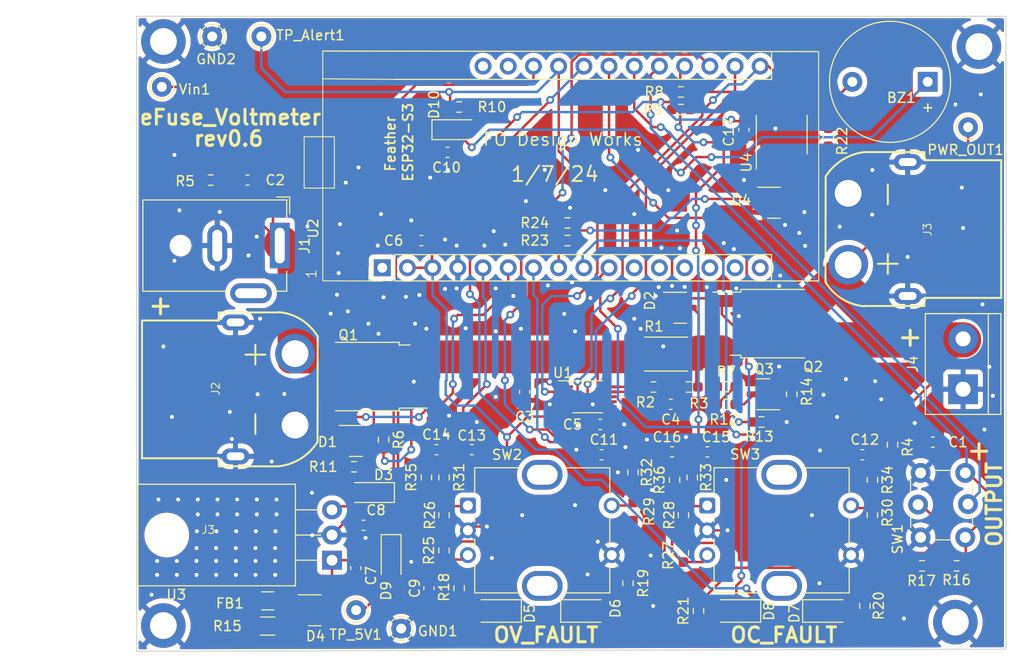
<source format=kicad_pcb>
(kicad_pcb (version 20221018) (generator pcbnew)
  (layers (0 "F.Cu" signal) (31 "B.Cu" signal) (34 "B.Paste" user) (35 "F.Paste" user) (36 "B.SilkS" user "B.Silkscreen") (37 "F.SilkS" user "F.Silkscreen") (38 "B.Mask" user) (39 "F.Mask" user) (44 "Edge.Cuts" user))
  (net 0 "")
  (net 1 "GND")
  (net 2 "+5V")
  (net 3 "Net-(D1-A)")
  (net 4 "Net-(D2-A)")
  (net 6 "Net-(D7-A)")
  (net 7 "Net-(D2-K)")
  (net 9 "Net-(J3-Pin_2)")
  (net 10 "Net-(Q1-S)")
  (net 11 "Net-(D6-A)")
  (net 12 "/OV_LED")
  (net 13 "/OC_LED")
  (net 14 "Net-(Q3-B)")
  (net 15 "Net-(Q3-C)")
  (net 16 "/VBUS")
  (net 17 "Net-(Q4-B)")
  (net 18 "/FET_DRV")
  (net 19 "Net-(D1-K)")
  (net 20 "Net-(BZ1--)")
  (net 21 "+3V3")
  (net 22 "/BUZZER")
  (net 23 "Net-(BZ1-+)")
  (net 24 "/OP_SW")
  (net 25 "Net-(D4-K)")
  (net 26 "/SCL")
  (net 27 "/SDA")
  (net 28 "/INA228_ALR")
  (net 29 "/OUTPUT_LED")
  (net 30 "Net-(FB1-Pad1)")
  (net 31 "Net-(U1-IN-)")
  (net 32 "Net-(U1-IN+)")
  (net 39 "/OV_ENC_SW")
  (net 42 "/OV_ENC_A")
  (net 43 "/OV_ENC_B")
  (net 45 "/OC_ENC_SW")
  (net 46 "/OC_ENC_A")
  (net 47 "/OC_ENC_B")
  (net 48 "Net-(Q4-C)")
  (net 50 "Net-(D5-A)")
  (net 51 "Net-(D8-A)")
  (net 52 "Net-(SW1-K)")
  (net 53 "Net-(R25-Pad2)")
  (net 54 "Net-(R26-Pad2)")
  (net 55 "Net-(R27-Pad2)")
  (net 56 "Net-(R28-Pad2)")
  (net 57 "Net-(R29-Pad2)")
  (net 58 "Net-(R30-Pad2)")
  (footprint "Package_TO_SOT_SMD:TO-252-2" (layer "F.Cu") (at 146.3402 94.8722)
    (fp_text reference "Q2")
    (fp_text value "DMP4047SK3")
  )
  (footprint "MountingHole:MountingHole_2.7mm_M2.5_ISO14580_Pad" (layer "F.Cu") (at 84.8106 125.3074)
    (fp_text reference "H4" hide)
    (fp_text value "MountingHole_Pad")
  )
  (footprint "Resistor_SMD:R_0603_1608Metric_Pad0.98x0.95mm_HandSolder" (layer "F.Cu") (at 138.7602 123.8342 90)
    (fp_text reference "R21")
    (fp_text value "4.7K")
  )
  (footprint "Resistor_SMD:R_0603_1608Metric_Pad0.98x0.95mm_HandSolder" (layer "F.Cu") (at 141.5542 103.0062)
    (fp_text reference "R12")
    (fp_text value "10K")
  )
  (footprint "Capacitor_SMD:C_0603_1608Metric_Pad1.08x0.95mm_HandSolder" (layer "F.Cu") (at 104.2162 119.5162 90)
    (fp_text reference "C7")
    (fp_text value "1uF")
  )
  (footprint "Resistor_SMD:R_0603_1608Metric_Pad0.98x0.95mm_HandSolder" (layer "F.Cu") (at 136.9822 73.2882)
    (fp_text reference "R9")
    (fp_text value "10K")
  )
  (footprint "MountingHole:MountingHole_2.7mm_M2.5_ISO14580_Pad" (layer "F.Cu") (at 84.8182 66.4302)
    (fp_text reference "H2" hide)
    (fp_text value "MountingHole_Pad" hide)
  )
  (footprint "TestPoint:TestPoint_THTPad_D2.0mm_Drill1.0mm" (layer "F.Cu") (at 94.6912 65.9222)
    (fp_text reference "TP_Alert1")
    (fp_text value "TP_Alert")
  )
  (footprint "Resistor_SMD:R_0603_1608Metric_Pad0.98x0.95mm_HandSolder" (layer "F.Cu") (at 132.1562 109.8642 90)
    (fp_text reference "R32")
    (fp_text value "10K")
  )
  (footprint "LED_SMD:LED_1206_3216Metric_Pad1.42x1.75mm_HandSolder" (layer "F.Cu") (at 142.5702 123.8342 180)
    (fp_text reference "D8")
    (fp_text value "OC_Fault")
  )
  (footprint "MountingHole:MountingHole_2.7mm_M2.5_ISO14580_Pad" (layer "F.Cu") (at 167.0282 66.9382)
    (fp_text reference "H1" hide)
    (fp_text value "MountingHole_Pad" hide)
  )
  (footprint "Package_TO_SOT_SMD:TO-252-2" (layer "F.Cu") (at 105.2722 100.2062 180)
    (fp_text reference "Q1")
    (fp_text value "DMP4047SK3")
  )
  (footprint "TestPoint:TestPoint_THTPad_D2.0mm_Drill1.0mm" (layer "F.Cu") (at 165.9382 75.0662)
    (fp_text reference "PWR_OUT1")
    (fp_text value "Pwr_Out")
  )
  (footprint "Resistor_SMD:R_0603_1608Metric_Pad0.98x0.95mm_HandSolder" (layer "F.Cu") (at 107.0102 106.5622 -90)
    (fp_text reference "R6")
    (fp_text value "100K")
  )
  (footprint "Resistor_SMD:R_0603_1608Metric_Pad0.98x0.95mm_HandSolder" (layer "F.Cu") (at 155.5242 123.3262 90)
    (fp_text reference "R20")
    (fp_text value "4.7K")
  )
  (footprint "Capacitor_SMD:C_0603_1608Metric_Pad1.08x0.95mm_HandSolder" (layer "F.Cu") (at 155.2702 108.0862 180)
    (fp_text reference "C12")
    (fp_text value "10nF")
  )
  (footprint "jerrys_Library:Amass_XT60PW-M" (layer "F.Cu") (at 98.085305 101.497016 90)
    (fp_text reference "J2")
    (fp_text value "Conn_01x02_MountingPin" hide)
  )
  (footprint "Capacitor_SMD:C_0603_1608Metric_Pad1.08x0.95mm_HandSolder" (layer "F.Cu") (at 113.4607 77.6062 180)
    (fp_text reference "C10")
    (fp_text value "0.1uF")
  )
  (footprint "Resistor_SMD:R_0603_1608Metric_Pad0.98x0.95mm_HandSolder" (layer "F.Cu") (at 137.7782 101.2582 180)
    (fp_text reference "R3")
    (fp_text value "100R")
  )
  (footprint "jerrys_Library:BarrelJack_GCT_DCJ200-10-A_Horizontal" (layer "F.Cu") (at 96.5462 87.0042 -90)
    (fp_text reference "J1")
    (fp_text value "INPUT_PWR")
  )
  (footprint "Resistor_SMD:R_0603_1608Metric_Pad0.98x0.95mm_HandSolder" (layer "F.Cu") (at 145.1102 104.7842)
    (fp_text reference "R13")
    (fp_text value "10K")
  )
  (footprint "Resistor_SMD:R_0603_1608Metric_Pad0.98x0.95mm_HandSolder" (layer "F.Cu") (at 164.7681 119.2882 180)
    (fp_text reference "R16")
    (fp_text value "4.7K")
  )
  (footprint "Resistor_SMD:R_0603_1608Metric_Pad0.98x0.95mm_HandSolder" (layer "F.Cu") (at 161.2883 119.2882)
    (fp_text reference "R17")
    (fp_text value "1K")
  )
  (footprint "Package_TO_SOT_SMD:SOT-23" (layer "F.Cu") (at 145.2857 101.9902 180)
    (fp_text reference "Q3")
    (fp_text value "MMBT3904")
  )
  (footprint "Resistor_SMD:R_0603_1608Metric_Pad0.98x0.95mm_HandSolder" (layer "F.Cu") (at 158.3182 107.0702 -90)
    (fp_text reference "R4")
    (fp_text value "1K")
  )
  (footprint "Capacitor_SMD:C_0603_1608Metric_Pad1.08x0.95mm_HandSolder" (layer "F.Cu") (at 136.0932 107.7972)
    (fp_text reference "C16")
    (fp_text value "10nF")
  )
  (footprint "Package_TO_SOT_SMD:SOT-23" (layer "F.Cu") (at 104.2182 106.6982)
    (fp_text reference "D1")
    (fp_text value "BZX84C6V8-7-F")
  )
  (footprint "Capacitor_SMD:C_0603_1608Metric_Pad1.08x0.95mm_HandSolder" (layer "F.Cu") (at 93.2942 80.4002 180)
    (fp_text reference "C2")
    (fp_text value "0.1uF")
  )
  (footprint "TestPoint:TestPoint_THTPad_D2.0mm_Drill1.0mm" (layer "F.Cu") (at 104.2416 123.7488)
    (fp_text reference "TP_5V1")
    (fp_text value "TP_5V")
  )
  (footprint "Capacitor_SMD:C_0603_1608Metric_Pad1.08x0.95mm_HandSolder" (layer "F.Cu") (at 143.3322 75.3202 90)
    (fp_text reference "C17")
    (fp_text value "0.1uF")
  )
  (footprint "Capacitor_SMD:C_0603_1608Metric_Pad1.08x0.95mm_HandSolder" (layer "F.Cu") (at 111.5822 121.5482 90)
    (fp_text reference "C9")
    (fp_text value "0.1uF")
  )
  (footprint "Resistor_SMD:R_0603_1608Metric_Pad0.98x0.95mm_HandSolder" (layer "F.Cu") (at 113.1062 110.3722 -90)
    (fp_text reference "R31")
    (fp_text value "10K")
  )
  (footprint "Resistor_SMD:R_0603_1608Metric_Pad0.98x0.95mm_HandSolder" (layer "F.Cu") (at 138.1252 110.3722 -90)
    (fp_text reference "R33")
    (fp_text value "10K")
  )
  (footprint "Package_TO_SOT_SMD:SOT-23" (layer "F.Cu") (at 100.0737 123.7682)
    (fp_text reference "D4")
    (fp_text value "BZX84C30-7-F")
  )
  (footprint "TestPoint:TestPoint_THTPad_D2.0mm_Drill1.0mm" (layer "F.Cu") (at 108.7882 125.6122)
    (fp_text reference "GND1")
    (fp_text value "GND")
  )
  (footprint "Resistor_SMD:R_0603_1608Metric_Pad0.98x0.95mm_HandSolder" (layer "F.Cu") (at 104.0182 109.2982)
    (fp_text reference "R11")
    (fp_text value "10K")
  )
  (footprint "Resistor_SMD:R_1206_3216Metric_Pad1.30x1.75mm_HandSolder" (layer "F.Cu") (at 95.3262 125.3582 180)
    (fp_text reference "R15")
    (fp_text value "10R")
  )
  (footprint "Resistor_SMD:R_0603_1608Metric_Pad0.98x0.95mm_HandSolder" (layer "F.Cu") (at 111.3282 110.3722 -90)
    (fp_text reference "R35")
    (fp_text value "10K")
  )
  (footprint "LED_SMD:LED_1206_3216Metric_Pad1.42x1.75mm_HandSolder" (layer "F.Cu") (at 127.3302 123.8342)
    (fp_text reference "D6")
    (fp_text value "OV_Fault")
  )
  (footprint "Diode_SMD:D_SOD-123" (layer "F.Cu") (at 105.7402 111.8962 180)
    (fp_text reference "D3")
    (fp_text value "BAT43")
  )
  (footprint "Resistor_SMD:R_0603_1608Metric_Pad0.98x0.95mm_HandSolder" (layer "F.Cu") (at 137.2362 114.1822 90)
    (fp_text reference "R28")
    (fp_text value "10K")
  )
  (footprint "LED_SMD:LED_1206_3216Metric_Pad1.42x1.75mm_HandSolder" (layer "F.Cu") (at 151.7142 123.8342)
    (fp_text reference "D7")
    (fp_text value "OC_Fault")
  )
  (footprint "Resistor_SMD:R_0603_1608Metric_Pad0.98x0.95mm_HandSolder" (layer "F.Cu") (at 89.5877 80.4002 180)
    (fp_text reference "R5")
    (fp_text value "3.3K")
  )
  (footprint "Diode_SMD:D_SOD-123" (layer "F.Cu") (at 114.2502 75.3202)
    (fp_text reference "D10")
    (fp_text value "BAT43")
  )
  (footprint "Resistor_SMD:R_2512_6332Metric_Pad1.40x3.35mm_HandSolder" (layer "F.Cu") (at 135.4882 97.9382 180)
    (fp_text reference "R1")
    (fp_text value "0.015R")
  )
  (footprint "TerminalBlock:TerminalBlock_bornier-2_P5.08mm" (layer "F.Cu") (at 165.4302 101.4822 90)
    (fp_text reference "J4")
    (fp_text value "Output")
  )
  (footprint "Resistor_SMD:R_0603_1608Metric_Pad0.98x0.95mm_HandSolder" (layer "F.Cu") (at 141.5542 101.2282)
    (fp_text reference "R7")
    (fp_text value "100K")
  )
  (footprint "MountingHole:MountingHole_2.7mm_M2.5_ISO14580_Pad" (layer "F.Cu") (at 164.652105 124.964816)
    (fp_text reference "H3" hide)
    (fp_text value "MountingHole_Pad")
  )
  (footprint "Resistor_SMD:R_0603_1608Metric_Pad0.98x0.95mm_HandSolder" (layer "F.Cu") (at 113.1062 117.7382 -90)
    (fp_text reference "R25")
    (fp_text value "10K")
  )
  (footprint "Resistor_SMD:R_0603_1608Metric_Pad0.98x0.95mm_HandSolder" (layer "F.Cu") (at 125.5522 84.7182 180)
    (fp_text reference "R24")
    (fp_text value "100K")
  )
  (footprint "Package_SO:SOIC-8_3.9x4.9mm_P1.27mm" (layer "F.Cu") (at 147.1422 75.8282 90)
    (fp_text reference "U4")
    (fp_text value "24LC32")
  )
  (footprint "Package_TO_SOT_THT:TO-220-3_Horizontal_TabDown" (layer "F.Cu") (at 101.813 118.7196 90)
    (fp_text reference "U3")
    (fp_text value "LM78M05_TO220")
  )
  (footprint "LED_SMD:LED_1206_3216Metric_Pad1.42x1.75mm_HandSolder" (layer "F.Cu") (at 118.4402 123.8342 180)
    (fp_text reference "D5")
    (fp_text value "OV_Fault")
  )
  (footprint "jerrys_Library:Feather_RP2040" (layer "F.Cu") (at 106.8782 89.2382 90)
    (fp_text reference "U2")
    (fp_text value "rp2040_feather")
  )
  (footprint "Buzzer_Beeper:Buzzer_12x9.5RM7.6" (layer "F.Cu") (at 161.8642 70.4942 180)
    (fp_text reference "BZ1")
    (fp_text value "Buzzer")
  )
  (footprint "Capacitor_SMD:C_0603_1608Metric_Pad1.08x0.95mm_HandSolder" (layer "F.Cu") (at 115.9002 107.5782)
    (fp_text reference "C13")
    (fp_text value "10nF")
  )
  (footprint "Capacitor_SMD:C_0603_1608Metric_Pad1.08x0.95mm_HandSolder" (layer "F.Cu") (at 110.8202 86.4962)
    (fp_text reference "C6")
    (fp_text value "10uF")
  )
  (footprint "Capacitor_SMD:C_0603_1608Metric_Pad1.08x0.95mm_HandSolder" (layer "F.Cu") (at 104.9782 115.1982)
    (fp_text reference "C8")
    (fp_text value "1uF")
  )
  (footprint "TestPoint:TestPoint_THTPad_D2.0mm_Drill1.0mm" (layer "F.Cu") (at 84.6582 71.0022)
    (fp_text reference "Vin1")
    (fp_text value "Vin")
  )
  (footprint "TestPoint:TestPoint_THTPad_D2.0mm_Drill1.0mm" (layer "F.Cu") (at 89.7382 65.9222)
    (fp_text reference "GND2")
    (fp_text value "GND")
  )
  (footprint "Package_TO_SOT_SMD:SOT-23" (layer "F.Cu") (at 136.9037 93.2682)
    (fp_text reference "D2")
    (fp_text value "BZX84C6V8-7-F")
  )
  (footprint "Resistor_SMD:R_0603_1608Metric_Pad0.98x0.95mm_HandSolder" (layer "F.Cu") (at 125.5522 86.4962 180)
    (fp_text reference "R23")
    (fp_text value "10K")
  )
  (footprint "Resistor_SMD:R_0603_1608Metric_Pad0.98x0.95mm_HandSolder" (layer "F.Cu") (at 131.6482 121.0402 90)
    (fp_text reference "R19")
    (fp_text value "4.7K")
  )
  (footprint "Resistor_SMD:R_0603_1608Metric_Pad0.98x0.95mm_HandSolder" (layer "F.Cu") (at 151.8412 76.0822 90)
    (fp_text reference "R22")
    (fp_text value "0R")
  )
  (footprint "Package_TO_SOT_SMD:SOT-23" (layer "F.Cu") (at 146.3802 82.6862)
    (fp_text reference "Q4")
    (fp_text value "MMBT3904")
  )
  (footprint "jerrys_Library:SW_PUSH_LED_6mm" (layer "F.Cu") (at 161.1482 116.4162 90)
    (fp_text reference "SW1")
    (fp_text value "SW_MEC_5G_LED")
  )
  (footprint "Rotary_Encoder:RotaryEncoder_Bourns_Vertical_PEC12R-3x17F-Sxxxx" (layer "F.Cu") (at 139.6382 113.2062)
    (fp_text reference "SW3")
    (fp_text value "RotaryEncoder_Switch")
  )
  (footprint "jerrys_Library:Amass_XT60PW-M" (layer "F.Cu") (at 153.8422 85.3342 -90)
    (fp_text reference "J3")
    (fp_text value "Conn_01x02_MountingPin" hide)
  )
  (footprint "Package_SO:VSSOP-10_3x3mm_P0.5mm" (layer "F.Cu") (at 127.5842 102.2442)
    (fp_text reference "U1")
    (fp_text value "INA228")
  )
  (footprint "Capacitor_SMD:C_0603_1608Metric_Pad1.08x0.95mm_HandSolder" (layer "F.Cu") (at 121.2342 101.7362 90)
    (fp_text reference "C3")
    (fp_text value "0.1uF")
  )
  (footprint "Capacitor_SMD:C_0603_1608Metric_Pad1.08x0.95mm_HandSolder" (layer "F.Cu") (at 139.6492 107.7972)
    (fp_text reference "C15")
    (fp_text value "10nF")
  )
  (footprint "Capacitor_SMD:C_0603_1608Metric_Pad1.08x0.95mm_HandSolder" (layer "F.Cu") (at 128.8542 105.0382)
    (fp_text reference "C5")
    (fp_text value "0.1uF")
  )
  (footprint "Resistor_SMD:R_0603_1608Metric_Pad0.98x0.95mm_HandSolder" (layer "F.Cu") (at 114.6302 121.5482 90)
    (fp_text reference "R18")
    (fp_text value "4.7K")
  )
  (footprint "Resistor_SMD:R_0603_1608Metric_Pad0.98x0.95mm_HandSolder" (layer "F.Cu") (at 113.1062 114.1822 90)
    (fp_text reference "R26")
    (fp_text value "10K")
  )
  (footprint "Resistor_SMD:R_0603_1608Metric_Pad0.98x0.95mm_HandSolder" (layer "F.Cu") (at 132.1562 113.8247 90)
    (fp_text reference "R29")
    (fp_text value "10K")
  )
  (footprint "Resistor_SMD:R_0603_1608Metric_Pad0.98x0.95mm_HandSolder" (layer "F.Cu") (at 114.6302 73.0342 180)
    (fp_text reference "R10")
    (fp_text value "10K")
  )
  (footprint "Inductor_SMD:L_1206_3216Metric_Pad1.42x1.75mm_HandSolder" (layer "F.Cu") (at 95.3262 122.8182)
    (fp_text reference "FB1")
    (fp_text value "FerriteBead, 6A 1 9mΩ 33Ω@100MHz ±25% 1206 Ferrite Beads ROHS")
  )
  (footprint "Capacitor_SMD:C_0603_1608Metric_Pad1.08x0.95mm_HandSolder" (layer "F.Cu") (at 162.3822 106.8162)
    (fp_text reference "C1")
    (fp_text value "0.1uF")
  )
  (footprint "Resistor_SMD:R_0603_1608Metric_Pad0.98x0.95mm_HandSolder" (layer "F.Cu") (at 156.2862 110.6262 90)
    (fp_text reference "R34")
    (fp_text value "10K")
  )
  (footprint "Resistor_SMD:R_0603_1608Metric_Pad0.98x0.95mm_HandSolder" (layer "F.Cu") (at 136.3472 110.6262 -90)
    (fp_text reference "R36")
    (fp_text value "10K")
  )
  (footprint "Capacitor_SMD:C_0603_1608Metric_Pad1.08x0.95mm_HandSolder" (layer "F.Cu") (at 135.9662 103.0062 180)
    (fp_text reference "C4")
    (fp_text value "1uF")
  )
  (footprint "Resistor_SMD:R_0603_1608Metric_Pad0.98x0.95mm_HandSolder" (layer "F.Cu") (at 136.9822 71.5102)
    (fp_text reference "R8")
    (fp_text value "10K")
  )
  (footprint "Capacitor_SMD:C_0603_1608Metric_Pad1.08x0.95mm_HandSolder" (layer "F.Cu") (at 112.3442 107.5782)
    (fp_text reference "C14")
    (fp_text value "10nF")
  )
  (footprint "Capacitor_SMD:C_0603_1608Metric_Pad1.08x0.95mm_HandSolder" (layer "F.Cu") (at 128.9812 108.0862 180)
    (fp_text reference "C11")
    (fp_text value "10nF")
  )
  (footprint "Resistor_SMD:R_0603_1608Metric_Pad0.98x0.95mm_HandSolder" (layer "F.Cu") (at 137.2362 117.9922 -90)
    (fp_text reference "R27")
    (fp_text value "10K")
  )
  (footprint "Rotary_Encoder:RotaryEncoder_Bourns_Vertical_PEC12R-3x17F-Sxxxx" (layer "F.Cu") (at 115.5082 113.2062)
    (fp_text reference "SW2")
    (fp_text value "RotaryEncoder_Switch")
  )
  (footprint "Resistor_SMD:R_0603_1608Metric_Pad0.98x0.95mm_HandSolder" (layer "F.Cu") (at 134.2182 101.2582)
    (fp_text reference "R2")
    (fp_text value "100R")
  )
  (footprint "Diode_SMD:D_SOD-123" (layer "F.Cu") (at 107.7722 118.5002 -90)
    (fp_text reference "D9")
    (fp_text value "BAT43")
  )
  (footprint "Resistor_SMD:R_0603_1608Metric_Pad0.98x0.95mm_HandSolder" (layer "F.Cu") (at 148.1582 101.9902 90)
    (fp_text reference "R14")
    (fp_text value "100K")
  )
  (footprint "Resistor_SMD:R_0603_1608Metric_Pad0.98x0.95mm_HandSolder" (layer "F.Cu") (at 156.2862 114.1822 90)
    (fp_text reference "R30")
    (fp_text value "10K")
  )
  (gr_line (start 169.7482 63.8902) (end 169.7482 127.683016) (stroke (width 0.1)) (layer "Edge.Cuts"))
  (gr_line (start 82.1182 127.8982) (end 82.1182 63.8902) (stroke (width 0.1)) (layer "Edge.Cuts"))
  (gr_line (start 169.7482 127.683016) (end 82.1182 127.8982) (stroke (width 0.1)) (layer "Edge.Cuts"))
  (gr_line (start 82.1182 63.8902) (end 169.7482 63.8902) (stroke (width 0.1)) (layer "Edge.Cuts"))
  (gr_text "+" (at 84.5312 92.9732) (layer "F.SilkS") (effects (font (size 2 2) (thickness 0.3)) (justify mirror)))
  (gr_text "OC_FAULT" (at 141.8082 127.1362) (layer "F.SilkS") (effects (font (size 1.5 1.5) (thickness 0.3) bold) (justify left bottom)))
  (gr_text "FO Design Works" (at 125.0882 76.2982) (layer "F.SilkS") (effects (font (size 1.27 1.27))))
  (gr_text "J3" (at 89.334867 115.654211) (layer "F.SilkS") (effects (font (size 0.8 0.8) (thickness 0.1))))
  (gr_text "1/7/24" (at 119.7182 80.6782) (layer "F.SilkS") (effects (font (size 1.5 1.5) (thickness 0.1875)) (justify left bottom)))
  (gr_text "OUTPUT" (at 169.4386 117.531 90) (layer "F.SilkS") (effects (font (size 1.5 1.5) (thickness 0.3) bold) (justify left bottom)))
  (gr_text "eFuse_Voltmeter" (at 82.2682 74.9582) (layer "F.SilkS") (effects (font (size 1.5 1.5) (thickness 0.3) bold) (justify left bottom)))
  (gr_text "+" (at 167.037305 107.583016) (layer "F.SilkS") (effects (font (size 2 2) (thickness 0.3)) (justify mirror)))
  (gr_text "+" (at 160.0962 96.1482) (layer "F.SilkS") (effects (font (size 2 2) (thickness 0.3)) (justify mirror)))
  (gr_text "OV_FAULT" (at 117.9322 127.1362) (layer "F.SilkS") (effects (font (size 1.5 1.5) (thickness 0.3) bold) (justify left bottom)))
  (gr_text "rev0.6" (at 87.7282 77.0982) (layer "F.SilkS") (effects (font (size 1.5 1.5) (thickness 0.3) bold) (justify left bottom)))
  (segment (start 146.5072 75.1932) (end 146.5072 73.3532) (width 0.25) (layer "F.Cu") (net 1))
  (segment (start 136.0932 85.9882) (end 136.6012 85.4802) (width 0.25) (layer "F.Cu") (net 1))
  (segment (start 113.2332 107.5517) (end 113.2067 107.5782) (width 0.25) (layer "F.Cu") (net 1))
  (segment (start 114.3762 89.1162) (end 114.4982 89.2382) (width 0.25) (layer "F.Cu") (net 1))
  (segment (start 103.9876 116.9173) (end 103.2499 116.1796) (width 0.25) (layer "F.Cu") (net 1))
  (segment (start 114.3762 91.3222) (end 114.3762 89.3602) (width 0.25) (layer "F.Cu") (net 1))
  (segment (start 137.4902 107.2627) (end 136.9557 107.7972) (width 0.25) (layer "F.Cu") (net 1))
  (segment (start 124.727832 101.7442) (end 124.2982 101.314568) (width 0.25) (layer "F.Cu") (net 1))
  (segment (start 104.7441 116.9173) (end 103.9876 116.9173) (width 0.25) (layer "F.Cu") (net 1))
  (segment (start 125.3842 101.7442) (end 124.727832 101.7442) (width 0.25) (layer "F.Cu") (net 1))
  (segment (start 128.3542 102.7442) (end 128.0922 103.0062) (width 0.25) (layer "F.Cu") (net 1))
  (segment (start 128.6512 116.8492) (end 130.0082 118.2062) (width 0.25) (layer "F.Cu") (net 1))
  (segment (start 113.2332 106.0542) (end 113.2332 107.5517) (width 0.25) (layer "F.Cu") (net 1))
  (segment (start 141.6812 115.7062) (end 139.6382 115.7062) (width 0.25) (layer "F.Cu") (net 1))
  (segment (start 113.4872 79.0032) (end 114.3232 78.1672) (width 0.25) (layer "F.Cu") (net 1))
  (segment (start 99.4826 116.1796) (end 101.813 116.1796) (width 0.25) (layer "F.Cu") (net 1))
  (segment (start 129.7842 102.7442) (end 128.3542 102.7442) (width 0.25) (layer "F.Cu") (net 1))
  (segment (start 124.2982 101.2442) (end 123.7742 100.7202) (width 0.25) (layer "F.Cu") (net 1))
  (segment (start 141.2632 90.0152) (end 142.5702 91.3222) (width 0.25) (layer "F.Cu") (net 1))
  (segment (start 126.5682 105.1652) (end 127.8647 105.1652) (width 0.25) (layer "F.Cu") (net 1))
  (segment (start 105.1932 116.4682) (end 104.013 115.288) (width 0.25) (layer "F.Cu") (net 1))
  (segment (start 128.6002 116.8492) (end 128.6512 116.8492) (width 0.25) (layer "F.Cu") (net 1))
  (segment (start 141.3002 86.7502) (end 141.2632 86.7872) (width 0.25) (layer "F.Cu") (net 1))
  (segment (start 137.4902 106.3082) (end 137.4902 107.2627) (width 0.25) (layer "F.Cu") (net 1))
  (segment (start 103.2499 116.1796) (end 101.813 116.1796) (width 0.25) (layer "F.Cu") (net 1))
  (segment (start 99.8182 116.1982) (end 100.0376 116.4176) (width 0.25) (layer "F.Cu") (net 1))
  (segment (start 125.3842 101.2442) (end 124.2982 101.2442) (width 0.25) (layer "F.Cu") (net 1))
  (segment (start 99.1182 122.7064) (end 98.6576 122.7064) (width 0.25) (layer "F.Cu") (net 1))
  (segment (start 105.1932 116.4682) (end 104.7441 116.9173) (width 0.25) (layer "F.Cu") (net 1))
  (segment (start 114.3762 87.0042) (end 114.3762 89.1162) (width 0.25) (layer "F.Cu") (net 1))
  (segment (start 102.9825 115.0101) (end 101.813 116.1796) (width 0.25) (layer "F.Cu") (net 1))
  (segment (start 127.8647 105.1652) (end 127.9917 105.0382) (width 0.25) (layer "F.Cu") (net 1))
  (segment (start 113.4872 79.3842) (end 113.4872 79.0032) (width 0.25) (layer "F.Cu") (net 1))
  (segment (start 136.0932 91.0682) (end 136.0932 85.9882) (width 0.25) (layer "F.Cu") (net 1))
  (segment (start 124.2982 101.314568) (end 124.2982 101.2442) (width 0.25) (layer "F.Cu") (net 1))
  (segment (start 117.4242 115.3252) (end 115.8892 115.3252) (width 0.25) (layer "F.Cu") (net 1))
  (segment (start 104.013 115.0101) (end 102.9825 115.0101) (width 0.25) (layer "F.Cu") (net 1))
  (segment (start 114.3762 89.3602) (end 114.4982 89.2382) (width 0.25) (layer "F.Cu") (net 1))
  (segment (start 104.013 115.288) (end 104.013 115.0101) (width 0.25) (layer "F.Cu") (net 1))
  (segment (start 141.2632 86.7872) (end 141.2632 90.0152) (width 0.25) (layer "F.Cu") (net 1))
  (segment (start 115.8892 115.3252) (end 115.5082 115.7062) (width 0.25) (layer "F.Cu") (net 1))
  (segment (start 114.3232 78.1672) (end 114.3232 77.6062) (width 0.25) (layer "F.Cu") (net 1))
  (via (at 85.6742 104.2762) (size 0.8) (drill 0.4) (layers "F.Cu" "B.Cu") (net 1))
  (via (at 94.101533 118.7982) (size 0.8) (drill 0.4) (layers "F.Cu" "B.Cu") (net 1))
  (via (at 146.5072 75.1932) (size 0.8) (drill 0.4) (layers "F.Cu" "B.Cu") (net 1))
  (via (at 131.3942 107.3242) (size 0.8) (drill 0.4) (layers "F.Cu" "B.Cu") (net 1))
  (via (at 92.151532 115.7982) (size 0.8) (drill 0.4) (layers "F.Cu" "B.Cu") (net 1))
  (via (at 90.134867 117.4982) (size 0.8) (drill 0.4) (layers "F.Cu" "B.Cu") (net 1))
  (via (at 103.4082 93.6382) (size 0.8) (drill 0.4) (layers "F.Cu" "B.Cu") (net 1))
  (via (at 136.6012 85.4802) (size 0.8) (drill 0.4) (layers "F.Cu" "B.Cu") (net 1))
  (via (at 84.8182 97.1782) (size 0.8) (drill 0.4) (layers "F.Cu" "B.Cu") (net 1))
  (via (at 148.9202 85.7342) (size 0.8) (drill 0.4) (layers "F.Cu" "B.Cu") (net 1))
  (via (at 118.1082 85.5482) (size 0.8) (drill 0.4) (layers "F.Cu" "B.Cu") (net 1))
  (via (at 113.6142 104.1492) (size 0.8) (drill 0.4) (layers "F.Cu" "B.Cu") (net 1))
  (via (at 90.134867 118.7982) (size 0.8) (drill 0.4) (layers "F.Cu" "B.Cu") (net 1))
  (via (at 86.4362 83.4482) (size 0.8) (drill 0.4) (layers "F.Cu" "B.Cu") (net 1))
  (via (at 111.3282 95.3862) (size 0.8) (drill 0.4) (layers "F.Cu" "B.Cu") (net 1))
  (via (at 116.4082 104.7842) (size 0.8) (drill 0.4) (layers "F.Cu" "B.Cu") (net 1))
  (via (at 167.386 92.9224) (size 0.8) (drill 0.4) (layers "F.Cu" "B.Cu") (net 1))
  (via (at 142.8242 94.1162) (size 0.8) (drill 0.4) (layers "F.Cu" "B.Cu") (net 1))
  (via (at 113.2078 86.3946) (size 0.8) (drill 0.4) (layers "F.Cu" "B.Cu") (net 1))
  (via (at 156.2862 79.3842) (size 0.8) (drill 0.4) (layers "F.Cu" "B.Cu") (net 1))
  (via (at 90.134867 120.1982) (size 0.8) (drill 0.4) (layers "F.Cu" "B.Cu") (net 1))
  (via (at 150.9522 121.0402) (size 0.8) (drill 0.4) (layers "F.Cu" "B.Cu") (net 1))
  (via (at 86.301533 112.5982) (size 0.8) (drill 0.4) (layers "F.Cu" "B.Cu") (net 1))
  (via (at 88.151534 117.4982) (size 0.8) (drill 0.4) (layers "F.Cu" "B.Cu") (net 1))
  (via (at 128.0922 103.0062) (size 0.8) (drill 0.4) (layers "F.Cu" "B.Cu") (net 1))
  (via (at 88.284866 114.0982) (size 0.8) (drill 0.4) (layers "F.Cu" "B.Cu") (net 1))
  (via (at 109.2582 92.1682) (size 0.8) (drill 0.4) (layers "F.Cu" "B.Cu") (net 1))
  (via (at 125.222 93.8876) (size 0.8) (drill 0.4) (layers "F.Cu" "B.Cu") (net 1))
  (via (at 126.4412 107.5782) (size 0.8) (drill 0.4) (layers "F.Cu" "B.Cu") (net 1))
  (via (at 117.1702 87.0042) (size 0.8) (drill 0.4) (layers "F.Cu" "B.Cu") (net 1))
  (via (at 85.9282 77.8602) (size 0.8) (drill 0.4) (layers "F.Cu" "B.Cu") (net 1))
  (via (at 92.251532 114.0982) (size 0.8) (drill 0.4) (layers "F.Cu" "B.Cu") (net 1))
  (via (at 142.5702 91.3222) (size 0.8) (drill 0.4) (layers "F.Cu" "B.Cu") (net 1))
  (via (at 152.7302 104.2762) (size 0.8) (drill 0.4) (layers "F.Cu" "B.Cu") (net 1))
  (via (at 111.7092 80.1462) (size 0.8) (drill 0.4) (layers "F.Cu" "B.Cu") (net 1))
  (via (at 90.168199 115.7982) (size 0.8) (drill 0.4) (layers "F.Cu" "B.Cu") (net 1))
  (via (at 165.4302 85.2262) (size 0.8) (drill 0.4) (layers "F.Cu" "B.Cu") (net 1))
  (via (at 123.7742 100.7202) (size 0.8) (drill 0.4) (layers "F.Cu" "B.Cu") (net 1))
  (via (at 119.2784 86.9026) (size 0.8) (drill 0.4) (layers "F.Cu" "B.Cu") (net 1))
  (via (at 113.2078 91.373) (size 0.8) (drill 0.4) (layers "F.Cu" "B.Cu") (net 1))
  (via (at 106.5022 95.8942) (size 0.8) (drill 0.4) (layers "F.Cu" "B.Cu") (net 1))
  (via (at 159.4612 124.5962) (size 0.8) (drill 0.4) (layers "F.Cu" "B.Cu") (net 1))
  (via (at 107.0102 92.2112) (size 0.8) (drill 0.4) (layers "F.Cu" "B.Cu") (net 1))
  (via (at 147.6502 104.7842) (size 0.8) (drill 0.4) (layers "F.Cu" "B.Cu") (net 1))
  (via (at 84.184868 118.7982) (size 0.8) (drill 0.4) (layers "F.Cu" "B.Cu") (net 1))
  (via (at 120.9802 114.1822) (size 0.8) (drill 0.4) (layers "F.Cu" "B.Cu") (net 1))
  (via (at 143.3322 80.4002) (size 0.8) (drill 0.4) (layers "F.Cu" "B.Cu") (net 1))
  (via (at 167.5892 105.5462) (size 0.8) (drill 0.4) (layers "F.Cu" "B.Cu") (net 1))
  (via (at 90.268199 112.5982) (size 0.8) (drill 0.4) (layers "F.Cu" "B.Cu") (net 1))
  (via (at 141.6812 115.7062) (size 0.8) (drill 0.4) (layers "F.Cu" "B.Cu") (net 1))
  (via (at 135.2042 97.1642) (size 0.8) (drill 0.4) (layers "F.Cu" "B.Cu") (net 1))
  (via (at 156.5656 100.6694) (size 0.8) (drill 0.4) (layers "F.Cu" "B.Cu") (net 1))
  (via (at 99.7966 111.9216) (size 0.8) (drill 0.4) (layers "F.Cu" "B.Cu") (net 1))
  (via (at 137.3632 91.1698) (size 0.8) (drill 0.4) (layers "F.Cu" "B.Cu") (net 1))
  (via (at 102.489 89.7728) (size 0.8) (drill 0.4) (layers "F.Cu" "B.Cu") (net 1))
  (via (at 109.8042 84.4642) (size 0.8) (drill 0.4) (layers "F.Cu" "B.Cu") (net 1))
  (via (at 120.8532 95.3862) (size 0.8) (drill 0.4) (layers "F.Cu" "B.Cu") (net 1))
  (via (at 92.251532 112.5982) (size 0.8) (drill 0.4) (layers "F.Cu" "B.Cu") (net 1))
  (via (at 133.5532 106.5622) (size 0.8) (drill 0.4) (layers "F.Cu" "B.Cu") (net 1))
  (via (at 94.101533 117.4982) (size 0.8) (drill 0.4) (layers "F.Cu" "B.Cu") (net 1))
  (via (at 96.2182 114.0982) (size 0.8) (drill 0.4) (layers "F.Cu" "B.Cu") (net 1))
  (via (at 110.617 91.9826) (size 0.8) (drill 0.4) (layers "F.Cu" "B.Cu") (net 1))
  (via (at 152.9842 85.0992) (size 0.8) (drill 0.4) (layers "F.Cu" "B.Cu") (net 1))
  (via (at 113.2332 106.0542) (size 0.8) (drill 0.4) (layers "F.Cu" "B.Cu") (net 1))
  (via (at 90.4982 83.6082) (size 0.8) (drill 0.4) (layers "F.Cu" "B.Cu") (net 1))
  (via (at 102.3112 91.9572) (size 0.8) (drill 0.4) (layers "F.Cu" "B.Cu") (net 1))
  (via (at 133.9342 118.2462) (size 0.8) (drill 0.4) (layers "F.Cu" "B.Cu") (net 1))
  (via (at 123.571 91.0174) (size 0.8) (drill 0.4) (layers "F.Cu" "B.Cu") (net 1))
  (via (at 114.3762 91.3222) (size 0.8) (drill 0.4) (layers "F.Cu" "B.Cu") (net 1))
  (via (at 96.1182 115.7982) (size 0.8) (drill 0.4) (layers "F.Cu" "B.Cu") (net 1))
  (via (at 88.151534 120.1982) (size 0.8) (drill 0.4) (layers "F.Cu" "B.Cu") (net 1))
  (via (at 160.5534 104.8858) (size 0.8) (drill 0.4) (layers "F.Cu" "B.Cu") (net 1))
  (via (at 136.0932 91.0682) (size 0.8) (drill 0.4) (layers "F.Cu" "B.Cu") (net 1))
  (via (at 103.2002 80.6542) (size 0.8) (drill 0.4) (layers "F.Cu" "B.Cu") (net 1))
  (via (at 150.1902 114.1822) (size 0.8) (drill 0.4) (layers "F.Cu" "B.Cu") (net 1))
  (via (at 106.426 87.0042) (size 0.8) (drill 0.4) (layers "F.Cu" "B.Cu") (net 1))
  (via (at 134.747 91.1952) (size 0.8) (drill 0.4) (layers "F.Cu" "B.Cu") (net 1))
  (via (at 123.2582 79.3682) (size 0.8) (drill 0.4) (layers "F.Cu" "B.Cu") (net 1))
  (via (at 95.7326 108.772) (size 0.8) (drill 0.4) (layers "F.Cu" "B.Cu") (net 1))
  (via (at 153.6192 100.4662) (size 0.8) (drill 0.4) (layers "F.Cu" "B.Cu") (net 1))
  (via (at 114.3762 87.0042) (size 0.8) (drill 0.4) (layers "F.Cu" "B.Cu") (net 1))
  (via (at 165.3032 81.1622) (size 0.8) (drill 0.4) (layers "F.Cu" "B.Cu") (net 1))
  (via (at 151.003 107.6544) (size 0.8) (drill 0.4) (layers "F.Cu" "B.Cu") (net 1))
  (via (at 126.3142 113.1662) (size 0.8) (drill 0.4) (layers "F.Cu" "B.Cu") (net 1))
  (via (at 97.0026 101.9648) (size 0.8) (drill 0.4) (layers "F.Cu" "B.Cu") (net 1))
  (via (at 96.084868 117.4982) (size 0.8) (drill 0.4) (layers "F.Cu" "B.Cu") (net 1))
  (via (at 127.8636 92.2874) (size 0.8) (drill 0.4) (layers "F.Cu" "B.Cu") (net 1))
  (via (at 134.0612 111.6422) (size 0.8) (drill 0.4) (layers "F.Cu" "B.Cu") (net 1))
  (via (at 141.5542 110.6262) (size 0.8) (drill 0.4) (layers "F.Cu" "B.Cu") (net 1))
  (via (at 88.284866 112.5982) (size 0.8) (drill 0.4) (layers "F.Cu" "B.Cu") (net 1))
  (via (at 126.3142 95.6402) (size 0.8) (drill 0.4) (layers "F.Cu" "B.Cu") (net 1))
  (via (at 101.6762 93.8622) (size 0.8) (drill 0.4) (layers "F.Cu" "B.Cu") (net 1))
  (via (at 142.3162 87.3598) (size 0.8) (drill 0.4) (layers "F.Cu" "B.Cu") (net 1))
  (via (at 120.0912 92.0842) (size 0.8) (drill 0.4) (layers "F.Cu" "B.Cu") (net 1))
  (via (at 136.8806 87.2836) (size 0.8) (drill 0.4) (layers "F.Cu" "B.Cu") (net 1))
  (via (at 132.6642 77.3522) (size 0.8) (drill 0.4) (layers "F.Cu" "B.Cu") (net 1))
  (via (at 92.1182 118.7982) (size 0.8) (drill 0.4) (layers "F.Cu" "B.Cu") (net 1))
  (via (at 94.3102 101.9902) (size 0.8) (drill 0.4) (layers "F.Cu" "B.Cu") (net 1))
  (via (at 118.3132 91.3222) (size 0.8) (drill 0.4) (layers "F.Cu" "B.Cu") (net 1))
  (via (at 102.4382 87.7662) (size 0.8) (drill 0.4) (layers "F.Cu" "B.Cu") (net 1))
  (via (at 132.2832 94.3702) (size 0.8) (drill 0.4) (layers "F.Cu" "B.Cu") (net 1))
  (via (at 91.5162 103.7682) (size 0.8) (drill 0.4) (layers "F.Cu" "B.Cu") (net 1))
  (via (at 123.7742 103.0062) (size 0.8) (drill 0.4) (layers "F.Cu" "B.Cu") (net 1))
  (via (at 146.8882 91.0682) (size 0.8) (drill 0.4) (layers "F.Cu" "B.Cu") (net 1))
  (via (at 132.9182 95.3862) (size 0.8) (drill 0.4) (layers "F.Cu" "B.Cu") (net 1))
  (via (at 105.1932 116.4682) (size 0.8) (drill 0.4) (layers "F.Cu" "B.Cu") (net 1))
  (via (at 99.3394 85.0738) (size 0.8) (drill 0.4) (layers "F.Cu" "B.Cu") (net 1))
  (via (at 118.3132 102.2442) (size 0.8) (drill 0.4) (layers "F.Cu" "B.Cu") (net 1))
  (via (at 113.4872 79.3842) (size 0.8) (drill 0.4) (layers "F.Cu" "B.Cu") (net 1))
  (via (at 110.0582 100.7202) (size 0.8) (drill 0.4) (layers "F.Cu" "B.Cu") (net 1))
  (via (at 151.3586 102.041) (size 0.8) (drill 0.4) (layers "F.Cu" "B.Cu") (net 1))
  (via (at 137.4902 106.3082) (size 0.8) (drill 0.4) (layers "F.Cu" "B.Cu") (net 1))
  (via (at 131.2672 105.0382) (size 0.8) (drill 0.4) (layers "F.Cu" "B.Cu") (net 1))
  (via (at 149.4282 83.626) (size 0.8) (drill 0.4) (layers "F.Cu" "B.Cu") (net 1))
  (via (at 135.0264 87.2328) (size 0.8) (drill 0.4) (layers "F.Cu" "B.Cu") (net 1))
  (via (at 134.4422 92.0842) (size 0.8) (drill 0.4) (layers "F.Cu" "B.Cu") (net 1))
  (via (at 84.184868 120.1982) (size 0.8) (drill 0.4) (layers "F.Cu" "B.Cu") (net 1))
  (via (at 86.168201 118.7982) (size 0.8) (drill 0.4) (layers "F.Cu" "B.Cu") (net 1))
  (via (at 94.5642 94.3702) (size 0.8) (drill 0.4) (layers "F.Cu" "B.Cu") (net 1))
  (via (at 115.2906 95.3354) (size 0.8) (drill 0.4) (layers "F.Cu" "B.Cu") (net 1))
  (via (at 134.1882 123.3262) (size 0.8) (drill 0.4) (layers "F.Cu" "B.Cu") (net 1))
  (via (at 94.134865 115.7982) (size 0.8) (drill 0.4) (layers "F.Cu" "B.Cu") (net 1))
  (via (at 99.8182 116.1982) (size 0.8) (drill 0.4) (layers "F.Cu" "B.Cu") (net 1))
  (via (at 86.168201 120.1982) (size 0.8) (drill 0.4) (layers "F.Cu" "B.Cu") (net 1))
  (via (at 168.4274 102.1426) (size 0.8) (drill 0.4) (layers "F.Cu" "B.Cu") (net 1))
  (via (at 135.7122 81.4162) (size 0.8) (drill 0.4) (layers "F.Cu" "B.Cu") (net 1))
  (via (at 118.3132 95.6402) (size 0.8) (drill 0.4) (layers "F.Cu" "B.Cu") (net 1))
  (via (at 104.4882 79.1282) (size 0.8) (drill 0.4) (layers "F.Cu" "B.Cu") (net 1))
  (via (at 96.084868 120.1982) (size 0.8) (drill 0.4) (layers "F.Cu" "B.Cu") (net 1))
  (via (at 96.2182 112.5982) (size 0.8) (drill 0.4) (layers "F.Cu" "B.Cu") (net 1))
  (via (at 88.184866 115.7982) (size 0.8) (drill 0.4) (layers "F.Cu" "B.Cu") (net 1))
  (via (at 132.2832 83.8292) (size 0.8) (drill 0.4) (layers "F.Cu" "B.Cu") (net 1))
  (via (at 126.0094 90.7126) (size 0.8) (drill 0.4) (layers "F.Cu" "B.Cu") (net 1))
  (via (at 105.4862 94.8782) (size 0.8) (drill 0.4) (layers "F.Cu" "B.Cu") (net 1))
  (via (at 94.2182 86.0982) (size 0.8) (drill 0.4) (layers "F.Cu" "B.Cu") (net 1))
  (via (at 85.9282 88.5282) (size 0.8) (drill 0.4) (layers "F.Cu" "B.Cu") (net 1))
  (via (at 139.5984 91.1952) (size 0.8) (drill 0.4) (layers "F.Cu" "B.Cu") (net 1))
  (via (at 117.9322 118.5002) (size 0.8) (drill 0.4) (layers "F.Cu" "B.Cu") (net 1))
  (via (at 168.0718 99.2216) (size 0.8) (drill 0.4) (layers "F.Cu" "B.Cu") (net 1))
  (via (at 94.234865 112.5982) (size 0.8) (drill 0.4) (layers "F.Cu" "B.Cu") (net 1))
  (via (at 149.5044 87.0296) (size 0.8) (drill 0.4) (layers "F.Cu" "B.Cu") (net 1))
  (via (at 94.234865 114.0982) (size 0.8) (drill 0.4) (layers "F.Cu" "B.Cu") (net 1))
  (via (at 83.6182 122.1982) (size 0.8) (drill 0.4) (layers "F.Cu" "B.Cu") (net 1))
  (via (at 159.8422 88.1472) (size 0.8) (drill 0.4) (layers "F.Cu" "B.Cu") (net 1))
  (via (at 167.2082 71.7642) (size 0.8) (drill 0.4) (layers "F.Cu" "B.Cu") (net 1))
  (via (at 92.1182 120.1982) (size 0.8) (drill 0.4) (layers "F.Cu" "B.Cu") (net 1))
  (via (at 141.3002 86.7502) (size 0.8) (drill 0.4) (layers "F.Cu" "B.Cu") (net 1))
  (via (at 109.8042 118.8812) (size 0.8) (drill 0.4) (layers "F.Cu" "B.Cu") (net 1))
  (via (at 130.6322 109.8642) (size 0.8) (drill 0.4) (layers "F.Cu" "B.Cu") (net 1))
  (via (at 91.7182 106.4982) (size 0.8) (drill 0.4) (layers "F.Cu" "B.Cu") (net 1))
  (via (at 146.9898 90.0268) (size 0.8) (drill 0.4) (layers "F.Cu" "B.Cu") (net 1))
  (via (at 88.151534 118.7982) (size 0.8) (drill 0.4) (layers "F.Cu" "B.Cu") (net 1))
  (via (at 156.2608 83.88) (size 0.8) (drill 0.4) (layers "F.Cu" "B.Cu") (net 1))
  (via (at 96.084868 118.7982) (size 0.8) (drill 0.4) (layers "F.Cu" "B.Cu") (net 1))
  (via (at 92.1182 117.4982) (size 0.8) (drill 0.4) (layers "F.Cu" "B.Cu") (net 1))
  (via (at 110.1852 94.8782) (size 0.8) (drill 0.4) (layers "F.Cu" "B.Cu") (net 1))
  (via (at 106.7562 83.8292) (size 0.8) (drill 0.4) (layers "F.Cu" "B.Cu") (net 1))
  (via (at 117.4242 115.3252) (size 0.8) (drill 0.4) (layers "F.Cu" "B.Cu") (net 1))
  (via (at 90.268199 114.0982) (size 0.8) (drill 0.4) (layers "F.Cu" "B.Cu") (net 1))
  (via (at 125.8062 83.1942) (size 0.8) (drill 0.4) (layers "F.Cu" "B.Cu") (net 1))
  (via (at 128.6002 116.8492) (size 0.8) (drill 0.4) (layers "F.Cu" "B.Cu") (net 1))
  (via (at 94.101533 120.1982) (size 0.8) (drill 0.4) (layers "F.Cu" "B.Cu") (net 1))
  (via (at 147.4724 84.9214) (size 0.8) (drill 0.4) (layers "F.Cu" "B.Cu") (net 1))
  (via (at 127.5842 120.1512) (size 0.8) (drill 0.4) (layers "F.Cu" "B.Cu") (net 1))
  (via (at 129.3622 81.4162) (size 0.8) (drill 0.4) (layers "F.Cu" "B.Cu") (net 1))
  (via (at 121.3582 82.5282) (size 0.8) (drill 0.4) (layers "F.Cu" "B.Cu") (net 1))
  (via (at 146.8882 99.1962) (size 0.8) (drill 0.4) (layers "F.Cu" "B.Cu") (net 1))
  (via (at 157.1752 102.4982) (size 0.8) (drill 0.4) (layers "F.Cu" "B.Cu") (net 1))
  (via (at 93.3958 87.9948) (size 0.8) (drill 0.4) (layers "F.Cu" "B.Cu") (net 1))
  (via (at 164.6682 72.7802) (size 0.8) (drill 0.4) (layers "F.Cu" "B.Cu") (net 1))
  (via (at 84.3182 112.5982) (size 0.8) (drill 0.4) (layers "F.Cu" "B.Cu") (net 1))
  (via (at 102.616 84.8452) (size 0.8) (drill 0.4) (layers "F.Cu" "B.Cu") (net 1))
  (via (at 126.5682 105.1652) (size 0.8) (drill 0.4) (layers "F.Cu" "B.Cu") (net 1))
  (segment (start 107.7722 120.1502) (end 106.1202 120.1502) (width 0.25) (layer "F.Cu") (net 2))
  (segment (start 106.1202 120.1502) (end 105.9942 120.0242) (width 0.25) (layer "F.Cu") (net 2))
  (segment (start 104.3357 113.4757) (end 104.013 113.4757) (width 0.25) (layer "F.Cu") (net 2))
  (segment (start 104.9676 123.7488) (end 105.9942 122.7222) (width 0.25) (layer "F.Cu") (net 2))
  (segment (start 104.2416 123.7488) (end 104.9676 123.7488) (width 0.25) (layer "F.Cu") (net 2))
  (segment (start 104.013 113.4757) (end 104.013 111.453) (width 0.25) (layer "F.Cu") (net 2))
  (segment (start 105.9942 122.7222) (end 105.9942 120.0242) (width 0.25) (layer "F.Cu") (net 2))
  (segment (start 102.1675 113.2851) (end 101.813 113.6396) (width 0.25) (layer "F.Cu") (net 2))
  (segment (start 105.9942 115.1342) (end 104.3357 113.4757) (width 0.25) (layer "F.Cu") (net 2))
  (segment (start 104.013 113.2851) (end 102.1675 113.2851) (width 0.25) (layer "F.Cu") (net 2))
  (segment (start 105.9942 120.0242) (end 105.9942 115.1342) (width 0.25) (layer "F.Cu") (net 2))
  (segment (start 101.7182 106.2982) (end 101.7182 107.9107) (width 0.25) (layer "F.Cu") (net 3))
  (segment (start 103.2807 105.7482) (end 102.2682 105.7482) (width 0.25) (layer "F.Cu") (net 3))
  (segment (start 105.2057 107.5107) (end 107.2182 107.5107) (width 0.25) (layer "F.Cu") (net 3))
  (segment (start 109.8042 107.5782) (end 109.8042 102.9942) (width 0.25) (layer "F.Cu") (net 3))
  (segment (start 109.8042 102.9942) (end 110.3122 102.4862) (width 0.25) (layer "F.Cu") (net 3))
  (segment (start 107.0102 108.5942) (end 107.0102 107.4747) (width 0.25) (layer "F.Cu") (net 3))
  (segment (start 103.4182 109.2982) (end 105.2057 107.5107) (width 0.25) (layer "F.Cu") (net 3))
  (segment (start 109.8682 102.7782) (end 110.5882 102.7782) (width 0.25) (layer "F.Cu") (net 3))
  (segment (start 103.1057 109.2982) (end 103.4182 109.2982) (width 0.25) (layer "F.Cu") (net 3))
  (segment (start 107.1372 108.7212) (end 107.0102 108.5942) (width 0.25) (layer "F.Cu") (net 3))
  (segment (start 102.2682 105.7482) (end 101.7182 106.2982) (width 0.25) (layer "F.Cu") (net 3))
  (segment (start 101.7182 107.9107) (end 103.1057 109.2982) (width 0.25) (layer "F.Cu") (net 3))
  (via (at 107.1372 108.7212) (size 0.8) (drill 0.4) (layers "F.Cu" "B.Cu") (net 3))
  (via (at 109.8042 107.5782) (size 0.8) (drill 0.4) (layers "F.Cu" "B.Cu") (net 3))
  (segment (start 108.6612 108.7212) (end 107.1372 108.7212) (width 0.25) (layer "B.Cu") (net 3))
  (segment (start 109.8042 107.5782) (end 108.6612 108.7212) (width 0.25) (layer "B.Cu") (net 3))
  (segment (start 143.0842 98.9362) (end 142.4282 99.5922) (width 0.25) (layer "F.Cu") (net 4))
  (segment (start 140.2782 92.3182) (end 141.1082 93.1482) (width 0.25) (layer "F.Cu") (net 4))
  (segment (start 142.4667 101.2282) (end 142.4197 101.2282) (width 0.25) (layer "F.Cu") (net 4))
  (segment (start 142.4197 101.2282) (end 140.6417 103.0062) (width 0.25) (layer "F.Cu") (net 4))
  (segment (start 142.4282 99.5922) (end 142.4282 101.4282) (width 0.25) (layer "F.Cu") (net 4))
  (segment (start 143.0842 95.9002) (end 143.0842 98.9362) (width 0.25) (layer "F.Cu") (net 4))
  (segment (start 141.1082 93.9242) (end 143.0842 95.9002) (width 0.25) (layer "F.Cu") (net 4))
  (segment (start 136.2682 92.3182) (end 140.2782 92.3182) (width 0.25) (layer "F.Cu") (net 4))
  (segment (start 141.1082 93.1482) (end 141.1082 93.9242) (width 0.25) (layer "F.Cu") (net 4))
  (segment (start 153.6062 124.2387) (end 153.2017 123.8342) (width 0.25) (layer "F.Cu") (net 6))
  (segment (start 155.5242 124.2387) (end 153.6062 124.2387) (width 0.25) (layer "F.Cu") (net 6))
  (segment (start 138.7682 93.8932) (end 138.7682 97.7082) (width 0.25) (layer "F.Cu") (net 7))
  (segment (start 141.1082 97.7082) (end 138.7682 97.7082) (width 3.302) (layer "F.Cu") (net 7))
  (segment (start 140.6032 98.2132) (end 141.1082 97.7082) (width 0.25) (layer "F.Cu") (net 7))
  (segment (start 140.6032 101.4282) (end 140.6032 98.2132) (width 0.25) (layer "F.Cu") (net 7))
  (segment (start 138.1432 93.2682) (end 138.7682 93.8932) (width 0.25) (layer "F.Cu") (net 7))
  (segment (start 138.7682 97.7082) (end 138.5382 97.9382) (width 0.25) (layer "F.Cu") (net 7))
  (segment (start 138.5382 101.2557) (end 138.6707 101.3882) (width 0.25) (layer "F.Cu") (net 7))
  (segment (start 138.5382 97.9382) (end 138.5382 101.2557) (width 0.25) (layer "F.Cu") (net 7))
  (segment (start 158.9767 106.8162) (end 158.3182 106.1577) (width 0.25) (layer "F.Cu") (net 9))
  (segment (start 165.9382 76.8982) (end 154.0782 88.7582) (width 0.25) (layer "F.Cu") (net 9))
  (segment (start 165.467305 96.513016) (end 163.9062 96.513016) (width 3.556) (layer "F.Cu") (net 9))
  (segment (start 153.9022 88.9342) (end 154.0782 88.7582) (width 0.25) (layer "F.Cu") (net 9))
  (segment (start 154.0782 88.9082) (end 154.0782 88.7582) (width 3.556) (layer "F.Cu") (net 9))
  (segment (start 158.3182 106.1577) (end 158.3182 104.7842) (width 0.25) (layer "F.Cu") (net 9))
  (segment (start 154.0782 88.7582) (end 154.0782 91.903016) (width 0.25) (layer "F.Cu") (net 9))
  (segment (start 149.0832 93.9032) (end 154.0782 88.9082) (width 3.556) (layer "F.Cu") (net 9))
  (segment (start 163.9062 99.1962) (end 163.9062 96.513016) (width 0.25) (layer "F.Cu") (net 9))
  (segment (start 154.0782 91.903016) (end 158.6882 96.513016) (width 3.556) (layer "F.Cu") (net 9))
  (segment (start 163.9062 96.513016) (end 158.6882 96.513016) (width 3.556) (layer "F.Cu") (net 9))
  (segment (start 161.5197 106.8162) (end 158.9767 106.8162) (width 0.25) (layer "F.Cu") (net 9))
  (segment (start 158.3182 104.7842) (end 163.9062 99.1962) (width 0.25) (layer "F.Cu") (net 9))
  (segment (start 165.2082 75.0662) (end 165.9382 75.0662) (width 0.25) (layer "F.Cu") (net 9))
  (segment (start 165.9382 75.0662) (end 165.9382 76.8982) (width 0.25) (layer "F.Cu") (net 9))
  (segment (start 153.8422 88.9342) (end 153.9022 88.9342) (width 0.25) (layer "F.Cu") (net 9))
  (segment (start 158.6882 96.513016) (end 149.523384 96.513016) (width 3.556) (layer "F.Cu") (net 9))
  (segment (start 97.3582 122.8182) (end 98.8822 121.2942) (width 0.25) (layer "F.Cu") (net 10))
  (segment (start 96.8137 122.8182) (end 97.3582 122.8182) (width 0.25) (layer "F.Cu") (net 10))
  (segment (start 100.4062 108.0862) (end 100.4062 106.3082) (width 0.25) (layer "F.Cu") (net 10))
  (segment (start 133.3057 101.2582) (end 133.3057 98.8057) (width 0.25) (layer "F.Cu") (net 10))
  (segment (start 112.5082 98.2182) (end 121.2342 98.2182) (width 3.302) (layer "F.Cu") (net 10))
  (segment (start 110.7057 98.1007) (end 110.5882 98.2182) (width 0.25) (layer "F.Cu") (net 10))
  (segment (start 131.8282 98.2182) (end 132.0682 97.9782) (width 0.25) (layer "F.Cu") (net 10))
  (segment (start 110.5882 98.2182) (end 112.5082 98.2182) (width 3.302) (layer "F.Cu") (net 10))
  (segment (start 128.6002 101.852964) (end 128.6002 98.4722) (width 0.25) (layer "F.Cu") (net 10))
  (segment (start 128.6002 98.4722) (end 128.8542 98.2182) (width 0.25) (layer "F.Cu") (net 10))
  (segment (start 111.7372 103.1052) (end 110.5662 104.2762) (width 0.25) (layer "F.Cu") (net 10))
  (segment (start 100.4062 106.3082) (end 102.4382 104.2762) (width 0.25) (layer "F.Cu") (net 10))
  (segment (start 110.5882 98.2182) (end 111.7372 99.3672) (width 0.25) (layer "F.Cu") (net 10))
  (segment (start 110.5107 98.1407) (end 110.5882 98.2182) (width 0.25) (layer "F.Cu") (net 10))
  (segment (start 98.8822 109.6102) (end 100.4062 108.0862) (width 0.25) (layer "F.Cu") (net 10))
  (segment (start 111.7372 99.3672) (end 111.7372 103.1052) (width 0.25) (layer "F.Cu") (net 10))
  (segment (start 129.7842 102.2442) (end 128.991436 102.2442) (width 0.25) (layer "F.Cu") (net 10))
  (segment (start 133.3057 98.8057) (end 132.4382 97.9382) (width 0.25) (layer "F.Cu") (net 10))
  (segment (start 121.2342 100.8737) (end 121.2342 98.2182) (width 0.25) (layer "F.Cu") (net 10))
  (segment (start 98.8822 119.0082) (end 98.8822 121.2942) (width 0.25) (layer "F.Cu") (net 10))
  (segment (start 128.8542 98.2182) (end 131.8282 98.2182) (width 3.302) (layer "F.Cu") (net 10))
  (segment (start 102.4382 104.2762) (end 105.2322 104.2762) (width 0.25) (layer "F.Cu") (net 10))
  (segment (start 128.991436 102.2442) (end 128.6002 101.852964) (width 0.25) (layer "F.Cu") (net 10))
  (segment (start 121.2342 98.2182) (end 128.8542 98.2182) (width 3.302) (layer "F.Cu") (net 10))
  (segment (start 98.8822 119.0082) (end 98.8822 109.6102) (width 0.25) (layer "F.Cu") (net 10))
  (via (at 105.2322 104.2762) (size 0.8) (drill 0.4) (layers "F.Cu" "B.Cu") (net 10))
  (via (at 110.5662 104.2762) (size 0.8) (drill 0.4) (layers "F.Cu" "B.Cu") (net 10))
  (segment (start 105.2322 104.2762) (end 110.5662 104.2762) (width 0.25) (layer "B.Cu") (net 10))
  (segment (start 128.8177 123.8342) (end 129.7667 123.8342) (width 0.25) (layer "F.Cu") (net 11))
  (segment (start 129.7667 123.8342) (end 131.6482 121.9527) (width 0.25) (layer "F.Cu") (net 11))
  (segment (start 126.8222 125.3582) (end 134.4422 125.3582) (width 0.25) (layer "F.Cu") (net 12))
  (segment (start 135.7122 84.2102) (end 134.1882 82.6862) (width 0.25) (layer "F.Cu") (net 12))
  (segment (start 123.0122 123.8342) (end 125.8427 123.8342) (width 0.25) (layer "F.Cu") (net 12))
  (segment (start 143.6132 87.0312) (end 140.7922 84.2102) (width 0.25) (layer "F.Cu") (net 12))
  (segment (start 125.8427 123.8342) (end 125.8427 124.3787) (width 0.25) (layer "F.Cu") (net 12))
  (segment (start 141.6072 125.5592) (end 142.5702 124.5962) (width 0.25) (layer "F.Cu") (net 12))
  (segment (start 140.7922 84.2102) (end 135.7122 84.2102) (width 0.25) (layer "F.Cu") (net 12))
  (segment (start 129.8702 78.1142) (end 129.7382 77.9822) (width 0.25) (layer "F.Cu") (net 12))
  (segment (start 129.7382 77.9822) (end 129.7382 68.9182) (width 0.25) (layer "F.Cu") (net 12))
  (segment (start 142.5702 122.0562) (end 142.5702 121.2942) (width 0.25) (layer "F.Cu") (net 12))
  (segment (start 143.6132 92.0572) (end 143.6132 87.0312) (width 0.25) (layer "F.Cu") (net 12))
  (segment (start 119.9277 123.8342) (end 123.0122 123.8342) (width 0.25) (layer "F.Cu") (net 12))
  (segment (start 125.8427 124.3787) (end 126.8222 125.3582) (width 0.25) (layer "F.Cu") (net 12))
  (segment (start 143.5862 92.0842) (end 143.6132 92.0572) (width 0.25) (layer "F.Cu") (net 12))
  (segment (start 134.6432 125.5592) (end 141.6072 125.5592) (width 0.25) (layer "F.Cu") (net 12))
  (segment (start 142.5702 124.5962) (end 142.5702 122.0562) (width 0.25) (layer "F.Cu") (net 12))
  (segment (start 143.5862 98.9422) (end 143.5862 92.0842) (width 0.25) (layer "F.Cu") (net 12))
  (segment (start 143.8402 99.1962) (end 143.5862 98.9422) (width 0.25) (layer "F.Cu") (net 12))
  (segment (start 143.0782 120.7862) (end 143.0782 120.2782) (width 0.25) (layer "F.Cu") (net 12))
  (segment (start 142.5702 121.2942) (end 143.0782 120.7862) (width 0.25) (layer "F.Cu") (net 12))
  (segment (start 129.7382 68.9182) (end 129.7782 68.9582) (width 0.25) (layer "F.Cu") (net 12))
  (segment (start 134.4422 125.3582) (end 134.6432 125.5592) (width 0.25) (layer "F.Cu") (net 12))
  (via (at 143.0782 120.2782) (size 0.8) (drill 0.4) (layers "F.Cu" "B.Cu") (net 12))
  (via (at 129.8702 78.1142) (size 0.8) (drill 0.4) (layers "F.Cu" "B.Cu") (net 12))
  (via (at 143.8402 99.1962) (size 0.8) (drill 0.4) (layers "F.Cu" "B.Cu") (net 12))
  (via (at 134.1882 82.6862) (size 0.8) (drill 0.4) (layers "F.Cu" "B.Cu") (net 12))
  (segment (start 143.0782 120.2782) (end 143.0782 114.4362) (width 0.25) (layer "B.Cu") (net 12))
  (segment (start 129.7382 78.140896) (end 129.711504 78.1142) (width 0.25) (layer "B.Cu") (net 12))
  (segment (start 132.615505 81.0182) (end 130.552852 78.955548) (width 0.25) (layer "B.Cu") (net 12))
  (segment (start 132.615505 81.113505) (end 134.1882 82.6862) (width 0.25) (layer "B.Cu") (net 12))
  (segment (start 143.0782 107.3242) (end 143.0782 114.4362) (width 0.25) (layer "B.Cu") (net 12))
  (segment (start 129.711504 78.1142) (end 129.8702 78.1142) (width 0.25) (layer "B.Cu") (net 12))
  (segment (start 143.8402 99.1962) (end 143.8402 106.5622) (width 0.25) (layer "B.Cu") (net 12))
  (segment (start 129.8702 78.1142) (end 129.8702 78.272896) (width 0.25) (layer "B.Cu") (net 12))
  (segment (start 129.8702 78.272896) (end 130.552852 78.955548) (width 0.25) (layer "B.Cu") (net 12))
  (segment (start 143.8402 106.5622) (end 143.0782 107.3242) (width 0.25) (layer "B.Cu") (net 12))
  (segment (start 132.615505 81.0182) (end 132.615505 81.113505) (width 0.25) (layer "B.Cu") (net 12))
  (segment (start 115.6582 80.5082) (end 115.6582 84.3582) (width 0.25) (layer "F.Cu") (net 13))
  (segment (start 123.8082 72.3182) (end 123.8082 72.3582) (width 0.25) (layer "F.Cu") (net 13))
  (segment (start 143.5862 121.5482) (end 143.5862 121.8022) (width 0.25) (layer "F.Cu") (net 13))
  (segment (start 146.1262 124.3422) (end 150.2267 124.3422) (width 0.25) (layer "F.Cu") (net 13))
  (segment (start 144.3117 122.2737) (end 144.3117 124.3422) (width 0.25) (layer "F.Cu") (net 13))
  (segment (start 115.6732 91.8572) (end 115.7212 91.9052) (width 0.25) (layer "F.Cu") (net 13))
  (segment (start 143.5862 121.5482) (end 144.3117 122.2737) (width 0.25) (layer "F.Cu") (net 13))
  (segment (start 143.5862 121.8022) (end 146.1262 124.3422) (width 0.25) (layer "F.Cu") (net 13))
  (segment (start 123.8082 72.3582) (end 115.6582 80.5082) (width 0.25) (layer "F.Cu") (net 13))
  (segment (start 115.6582 84.3582) (end 115.7212 84.4212) (width 0.25) (layer "F.Cu") (net 13))
  (segment (start 115.7212 84.4212) (end 115.7212 91.9052) (width 0.25) (layer "F.Cu") (net 13))
  (via (at 123.8082 72.3182) (size 0.8) (drill 0.4) (layers "F.Cu" "B.Cu") (net 13))
  (via (at 115.7212 91.9052) (size 0.8) (drill 0.4) (layers "F.Cu" "B.Cu") (net 13))
  (via (at 143.5862 121.5482) (size 0.8) (drill 0.4) (layers "F.Cu" "B.Cu") (net 13))
  (segment (start 129.019191 110.6262) (end 127.3302 110.6262) (width 0.25) (layer "B.Cu") (net 13))
  (segment (start 115.6462 91.9802) (end 115.7212 91.9052) (width 0.25) (layer "B.Cu") (net 13))
  (segment (start 127.1982 68.9182) (end 123.8182 72.2982) (width 0.25) (layer "B.Cu") (net 13))
  (segment (start 116.6622 92.8462) (end 115.7212 91.9052) (width 0.25) (layer "B.Cu") (net 13))
  (segment (start 143.5862 121.5482) (end 139.941191 121.5482) (width 0.25) (layer "B.Cu") (net 13))
  (segment (start 116.6622 101.8632) (end 116.6622 92.8462) (width 0.25) (layer "B.Cu") (net 13))
  (segment (start 123.8082 72.3182) (end 123.6982 72.2982) (width 0.25) (layer "B.Cu") (net 13))
  (segment (start 115.7212 91.9052) (end 115.6462 91.8302) (width 0.25) (layer "B.Cu") (net 13))
  (segment (start 124.2822 107.5782) (end 122.3772 107.5782) (width 0.25) (layer "B.Cu") (net 13))
  (segment (start 139.941191 121.5482) (end 129.019191 110.6262) (width 0.25) (layer "B.Cu") (net 13))
  (segment (start 127.3302 110.6262) (end 124.2822 107.5782) (width 0.25) (layer "B.Cu") (net 13))
  (segment (start 123.8182 72.2982) (end 123.8082 72.3182) (width 0.25) (layer "B.Cu") (net 13))
  (segment (start 122.3772 107.5782) (end 116.6622 101.8632) (width 0.25) (layer "B.Cu") (net 13))
  (segment (start 148.1207 102.9402) (end 148.1582 102.9027) (width 0.25) (layer "F.Cu") (net 14))
  (segment (start 146.2232 102.9402) (end 148.1207 102.9402) (width 0.25) (layer "F.Cu") (net 14))
  (segment (start 146.0227 104.7842) (end 146.0227 103.1407) (width 0.25) (layer "F.Cu") (net 14))
  (segment (start 146.0227 103.1407) (end 146.2232 102.9402) (width 0.25) (layer "F.Cu") (net 14))
  (segment (start 143.3322 103.0062) (end 144.3482 101.9902) (width 0.25) (layer "F.Cu") (net 15))
  (segment (start 142.4667 103.0062) (end 143.3322 103.0062) (width 0.25) (layer "F.Cu") (net 15))
  (segment (start 107.7722 77.6062) (end 107.7722 73.2882) (width 0.25) (layer "F.Cu") (net 16))
  (segment (start 104.8782 91.4082) (end 104.8782 80.5002) (width 0.25) (layer "F.Cu") (net 16))
  (segment (start 122.1182 70.1982) (end 122.1182 68.9182) (width 0.25) (layer "F.Cu") (net 16))
  (segment (start 108.0262 109.4702) (end 108.0262 94.5562) (width 0.25) (layer "F.Cu") (net 16))
  (segment (start 107.7722 73.2882) (end 110.2752 70.7852) (width 0.25) (layer "F.Cu") (net 16))
  (segment (start 107.3902 111.8962) (end 107.3902 110.1062) (width 0.25) (layer "F.Cu") (net 16))
  (segment (start 110.2752 70.7852) (end 121.5312 70.7852) (width 0.25) (layer "F.Cu") (net 16))
  (segment (start 121.5312 70.7852) (end 122.1182 70.1982) (width 0.25) (layer "F.Cu") (net 16))
  (segment (start 104.8782 80.5002) (end 107.7722 77.6062) (width 0.25) (layer "F.Cu") (net 16))
  (segment (start 108.0262 94.5562) (end 104.8782 91.4082) (width 0.25) (layer "F.Cu") (net 16))
  (segment (start 107.4482 110.0482) (end 108.0262 109.4702) (width 0.25) (layer "F.Cu") (net 16))
  (segment (start 144.8737 82.3052) (end 139.3952 82.3052) (width 0.25) (layer "F.Cu") (net 17))
  (segment (start 126.4647 85.4802) (end 127.8382 85.4802) (width 0.25) (layer "F.Cu") (net 17))
  (segment (start 126.4647 86.4962) (end 126.4647 85.4802) (width 0.25) (layer "F.Cu") (net 17))
  (segment (start 126.4647 85.4802) (end 126.4647 84.7182) (width 0.25) (layer "F.Cu") (net 17))
  (segment (start 145.4427 81.7362) (end 144.8737 82.3052) (width 0.25) (layer "F.Cu") (net 17))
  (via (at 127.8382 85.4802) (size 0.8) (drill 0.4) (layers "F.Cu" "B.Cu") (net 17))
  (via (at 139.3952 82.3052) (size 0.8) (drill 0.4) (layers "F.Cu" "B.Cu") (net 17))
  (segment (start 136.2202 84.2102) (end 138.1252 82.3052) (width 0.25) (layer "B.Cu") (net 17))
  (segment (start 138.1252 82.3052) (end 139.3952 82.3052) (width 0.25) (layer "B.Cu") (net 17))
  (segment (start 135.9662 84.2102) (end 136.2202 84.2102) (width 0.25) (layer "B.Cu") (net 17))
  (segment (start 127.8382 85.4802) (end 134.6962 85.4802) (width 0.25) (layer "B.Cu") (net 17))
  (segment (start 134.6962 85.4802) (end 135.9662 84.2102) (width 0.25) (layer "B.Cu") (net 17))
  (segment (start 142.8242 104.7842) (end 144.1977 104.7842) (width 0.25) (layer "F.Cu") (net 18))
  (via (at 142.8242 104.7842) (size 0.8) (drill 0.4) (layers "F.Cu" "B.Cu") (net 18))
  (segment (start 141.2632 88.4732) (end 139.2862 86.4962) (width 0.25) (layer "B.Cu") (net 18))
  (segment (start 139.2862 86.4962) (end 128.5382 86.4962) (width 0.25) (layer "B.Cu") (net 18))
  (segment (start 141.2632 91.5392) (end 141.2632 88.4732) (width 0.25) (layer "B.Cu") (net 18))
  (segment (start 128.5382 86.4962) (end 127.0762 87.9582) (width 0.25) (layer "B.Cu") (net 18))
  (segment (start 141.5542 91.8302) (end 141.2632 91.5392) (width 0.25) (layer "B.Cu") (net 18))
  (segment (start 141.5542 103.5142) (end 141.5542 91.8302) (width 0.25) (layer "B.Cu") (net 18))
  (segment (start 127.0762 89.1162) (end 127.1982 89.2382) (width 0.25) (layer "B.Cu") (net 18))
  (segment (start 142.8242 104.7842) (end 141.5542 103.5142) (width 0.25) (layer "B.Cu") (net 18))
  (segment (start 127.0762 87.9582) (end 127.0762 89.1162) (width 0.25) (layer "B.Cu") (net 18))
  (segment (start 98.1082 98.095) (end 98.1082 88.3482) (width 3.556) (layer "F.Cu") (net 19))
  (segment (start 92.0557 82.1357) (end 96.7182 86.7982) (width 0.25) (layer "F.Cu") (net 19))
  (segment (start 106.026895 105.827005) (end 106.026895 102.741984) (width 0.25) (layer "F.Cu") (net 19))
  (segment (start 89.0002 71.0022) (end 88.7222 71.0022) (width 0.25) (layer "F.Cu") (net 19))
  (segment (start 98.1082 94.4682) (end 102.6132 98.9732) (width 2.54) (layer "F.Cu") (net 19))
  (segment (start 106.1682 105.6857) (end 106.026895 105.827005) (width 0.25) (layer "F.Cu") (net 19))
  (segment (start 98.1882 88.2682) (end 96.7182 86.7982) (width 3.556) (layer "F.Cu") (net 19))
  (segment (start 97.5868 98.6164) (end 98.1082 98.095) (width 2.54) (layer "F.Cu") (net 19))
  (segment (start 105.1557 106.6982) (end 106.026895 105.827005) (width 0.25) (layer "F.Cu") (net 19))
  (segment (start 105.270679 100.2982) (end 104.351895 101.216984) (width 0.25) (layer "F.Cu") (net 19))
  (segment (start 98.1082 88.3482) (end 98.1882 88.2682) (width 2.54) (layer "F.Cu") (net 19))
  (segment (start 90.5002 80.4002) (end 92.4317 80.4002) (width 0.25) (layer "F.Cu") (net 19))
  (segment (start 98.1082 88.3482) (end 98.1082 94.4682) (width 2.54) (layer "F.Cu") (net 19))
  (segment (start 92.0557 80.7282) (end 92.0557 82.1357) (width 0.25) (layer "F.Cu") (net 19))
  (segment (start 90.0042 72.0062) (end 95.8582 77.8602) (width 0.25) (layer "F.Cu") (net 19))
  (segment (start 90.0042 72.0062) (end 89.0002 71.0022) (width 0.25) (layer "F.Cu") (net 19))
  (segment (start 95.8582 77.8602) (end 95.8582 85.9382) (width 0.25) (layer "F.Cu") (net 19))
  (segment (start 84.6582 71.0022) (end 88.7222 71.0022) (width 0.25) (layer "F.Cu") (net 19))
  (segment (start 95.8582 85.9382) (end 96.7182 86.7982) (width 0.25) (layer "F.Cu") (net 19))
  (segment (start 101.601311 98.6164) (end 102.676895 99.691984) (width 0.25) (layer "F.Cu") (net 19))
  (segment (start 97.5868 98.6164) (end 101.601311 98.6164) (width 2.54) (layer "F.Cu") (net 19))
  (segment (start 107.2182 105.6857) (end 106.1682 105.6857) (width 0.25) (layer "F.Cu") (net 19))
  (segment (start 140.059853 78.084547) (end 138.535853 78.084547) (width 0.25) (layer "F.Cu") (net 20))
  (segment (start 108.4762 116.1462) (end 108.4762 93.0422) (width 0.25) (layer "F.Cu") (net 20))
  (segment (start 108.2802 85.4802) (end 108.2802 79.6402) (width 0.25) (layer "F.Cu") (net 20))
  (segment (start 108.2432 85.5172) (end 108.2802 85.4802) (width 0.25) (layer "F.Cu") (net 20))
  (segment (start 108.2432 92.8092) (end 108.2432 85.5172) (width 0.25) (layer "F.Cu") (net 20))
  (segment (start 112.5982 76.3362) (end 112.5982 75.3222) (width 0.25) (layer "F.Cu") (net 20))
  (segment (start 107.7722 116.8502) (end 108.4762 116.1462) (width 0.25) (layer "F.Cu") (net 20))
  (segment (start 108.4762 93.0422) (end 108.2432 92.8092) (width 0.25) (layer "F.Cu") (net 20))
  (segment (start 112.5982 75.3222) (end 112.6002 75.3202) (width 0.25) (layer "F.Cu") (net 20))
  (segment (start 112.5982 77.6062) (end 112.5982 76.3362) (width 0.25) (layer "F.Cu") (net 20))
  (segment (start 112.5982 76.3362) (end 115.1382 76.3362) (width 0.25) (layer "F.Cu") (net 20))
  (segment (start 108.2802 79.6402) (end 112.6002 75.3202) (width 0.25) (layer "F.Cu") (net 20))
  (segment (start 138.535853 78.084547) (end 136.9822 79.6382) (width 0.25) (layer "F.Cu") (net 20))
  (segment (start 115.1382 76.3362) (end 115.9002 77.0982) (width 0.25) (layer "F.Cu") (net 20))
  (via (at 115.9002 77.0982) (size 0.8) (drill 0.4) (layers "F.Cu" "B.Cu") (net 20))
  (via (at 140.059853 78.084547) (size 0.8) (drill 0.4) (layers "F.Cu" "B.Cu") (net 20))
  (via (at 136.9822 79.6382) (size 0.8) (drill 0.4) (layers "F.Cu" "B.Cu") (net 20))
  (segment (start 132.4102 75.3202) (end 136.7282 79.6382) (width 0.25) (layer "B.Cu") (net 20))
  (segment (start 115.9002 77.0982) (end 117.6782 75.3202) (width 0.25) (layer "B.Cu") (net 20))
  (segment (start 143.107853 78.084547) (end 145.1102 76.0822) (width 0.25) (layer "B.Cu") (net 20))
  (segment (start 117.6782 75.3202) (end 132.4102 75.3202) (width 0.25) (layer "B.Cu") (net 20))
  (segment (start 156.2762 76.0822) (end 161.8642 70.4942) (width 0.25) (layer "B.Cu") (net 20))
  (segment (start 140.059853 78.084547) (end 143.107853 78.084547) (width 0.25) (layer "B.Cu") (net 20))
  (segment (start 136.7282 79.6382) (end 136.9822 79.6382) (width 0.25) (layer "B.Cu") (net 20))
  (segment (start 145.1102 76.0822) (end 156.2762 76.0822) (width 0.25) (layer "B.Cu") (net 20))
  (segment (start 113.1062 116.8257) (end 113.1062 115.0947) (width 0.25) (layer "F.Cu") (net 21))
  (segment (start 136.0697 72.5262) (end 136.0697 71.5102) (width 0.25) (layer "F.Cu") (net 21))
  (segment (start 133.5297 120.1277) (end 134.9502 121.5482) (width 0.25) (layer "F.Cu") (net 21))
  (segment (start 131.6482 120.1277) (end 133.5297 120.1277) (width 0.25) (layer "F.Cu") (net 21))
  (segment (start 155.5242 122.4137) (end 155.7782 122.1597) (width 0.25) (layer "F.Cu") (net 21))
  (segment (start 115.9002 75.3202) (end 115.9002 73.3917) (width 0.25) (layer "F.Cu") (net 21))
  (segment (start 119.4562 106.3082) (end 119.4562 113.1662) (width 0.25) (layer "F.Cu") (net 21))
  (segment (start 142.2157 74.4577) (end 143.3322 74.4577) (width 0.25) (layer "F.Cu") (net 21))
  (segment (start 111.8907 86.8482) (end 111.8907 82.6317) (width 0.25) (layer "F.Cu") (net 21))
  (segment (start 138.7602 122.9217) (end 138.9107 122.9217) (width 0.25) (layer "F.Cu") (net 21))
  (segment (start 163.8556 119.2882) (end 163.8556 119.6225) (width 0.25) (layer "F.Cu") (net 21))
  (segment (start 134.9502 121.5482) (end 137.3867 121.5482) (width 0.25) (layer "F.Cu") (net 21))
  (segment (start 119.7102 119.0082) (end 120.2182 119.0082) (width 0.25) (layer "F.Cu") (net 21))
  (segment (start 137.2362 117.0797) (end 137.2362 115.0947) (width 0.25) (layer "F.Cu") (net 21))
  (segment (start 129.7167 104.2762) (end 129.6787 104.2382) (width 0.25) (layer "F.Cu") (net 21))
  (segment (start 163.8556 119.2882) (end 162.2008 119.2882) (width 0.25) (layer "F.Cu") (net 21))
  (segment (start 142.0622 74.3042) (end 142.2157 74.4577) (width 0.25) (layer "F.Cu") (net 21))
  (segment (start 155.5242 122.4137) (end 159.0753 122.4137) (width 0.25) (layer "F.Cu") (net 21))
  (segment (start 115.9002 73.3917) (end 115.5427 73.0342) (width 0.25) (layer "F.Cu") (net 21))
  (segment (start 115.9002 72.6767) (end 115.5427 73.0342) (width 0.25) (layer "F.Cu") (net 21))
  (segment (start 137.2362 117.0797) (end 137.3397 116.9762) (width 0.25) (layer "F.Cu") (net 21))
  (segment (start 136.0697 73.2882) (end 136.0697 72.5262) (width 0.25) (layer "F.Cu") (net 21))
  (segment (start 115.5427 73.0342) (end 118.1862 73.0342) (width 0.25) (layer "F.Cu") (net 21))
  (segment (start 131.6482 120.1277) (end 129.2117 120.1277) (width 0.25) (layer "F.Cu") (net 21))
  (segment (start 111.5822 120.6857) (end 114.5802 120.6857) (width 0.25) (layer "F.Cu") (net 21))
  (segment (start 142.0972 118.2462) (end 141.8257 117.9747) (width 0.25) (layer "F.Cu") (net 21))
  (segment (start 131.6482 115.2452) (end 132.1562 114.7372) (width 0.25) (layer "F.Cu") (net 21))
  (segment (start 129.7167 103.3117) (end 129.7842 103.2442) (width 0.25) (layer "F.Cu") (net 21))
  (segment (start 128.0922 119.0082) (end 120.2182 119.0082) (width 0.25) (layer "F.Cu") (net 21))
  (segment (start 111.8907 82.6317) (end 119.8372 74.6852) (width 0.25) (layer "F.Cu") (net 21))
  (segment (start 111.8907 89.1707) (end 111.9582 89.2382) (width 0.25) (layer "F.Cu") (net 21))
  (segment (start 118.0827 120.6357) (end 119.7102 119.0082) (width 0.25) (layer "F.Cu") (net 21))
  (segment (start 113.1117 116.8312) (end 118.0412 116.8312) (width 0.25) (layer "F.Cu") (net 21))
  (segment (start 154.7622 122.4137) (end 155.5242 122.4137) (width 0.25) (layer "F.Cu") (net 21))
  (segment (start 142.3512 119.4812) (end 151.8297 119.4812) (width 0.25) (layer "F.Cu") (net 21))
  (segment (start 131.6482 120.1277) (end 131.6482 115.2452) (width 0.25) (layer "F.Cu") (net 21))
  (segment (start 118.0412 116.8312) (end 120.2182 119.0082) (width 0.25) (layer "F.Cu") (net 21))
  (segment (start 114.5802 120.6857) (end 114.6302 120.6357) (width 0.25) (layer "F.Cu") (net 21))
  (segment (start 155.7782 115.6027) (end 156.2862 115.0947) (width 0.25) (layer "F.Cu") (net 21))
  (segment (start 142.0972 119.7352) (end 142.0972 118.2462) (width 0.25) (layer "F.Cu") (net 21))
  (segment (start 119.4562 115.4162) (end 119.4562 113.1662) (width 0.25) (layer "F.Cu") (net 21))
  (segment (start 144.1327 74.4577) (end 145.2372 73.3532) (width 0.25) (layer "F.Cu") (net 21))
  (segment (start 155.7782 122.1597) (end 155.7782 115.6027) (width 0.25) (layer "F.Cu") (net 21))
  (segment (start 159.0753 122.4137) (end 162.2008 119.2882) (width 0.25) (layer "F.Cu") (net 21))
  (segment (start 129.2117 120.1277) (end 128.0922 119.0082) (width 0.25) (layer "F.Cu") (net 21))
  (segment (start 113.1062 116.8257) (end 113.1117 116.8312) (width 0.25) (layer "F.Cu") (net 21))
  (segment (start 118.0412 116.8312) (end 119.4562 115.4162) (width 0.25) (layer "F.Cu") (net 21))
  (segment (start 137.3867 121.5482) (end 138.7602 122.9217) (width 0.25) (layer "F.Cu") (net 21))
  (segment (start 119.8372 74.6852) (end 120.4722 74.0502) (width 0.25) (layer "F.Cu") (net 21))
  (segment (start 140.8272 116.9762) (end 141.8257 117.9747) (width 0.25) (layer "F.Cu") (net 21))
  (segment (start 142.0972 119.7352) (end 142.3512 119.4812) (width 0.25) (layer "F.Cu") (net 21))
  (segment (start 129.7167 104.2762) (end 129.7167 103.3117) (width 0.25) (layer "F.Cu") (net 21))
  (segment (start 151.8297 119.4812) (end 154.7622 122.4137) (width 0.25) (layer "F.Cu") (net 21))
  (segment (start 138.9107 122.9217) (end 142.0972 119.7352) (width 0.25) (layer "F.Cu") (net 21))
  (segment (start 136.0697 72.5262) (end 134.9502 72.5262) (width 0.25) (layer "F.Cu") (net 21))
  (segment (start 118.1862 73.0342) (end 119.8372 74.6852) (width 0.25) (layer "F.Cu") (net 21))
  (segment (start 137.3397 116.9762) (end 140.8272 116.9762) (width 0.25) (layer "F.Cu") (net 21))
  (segment (start 129.7167 105.0382) (end 129.7167 104.2762) (width 0.25) (layer "F.Cu") (net 21))
  (segment (start 143.3322 74.4577) (end 144.1327 74.4577) (width 0.25) (layer "F.Cu") (net 21))
  (segment (start 111.8907 86.8482) (end 111.8907 89.1707) (width 0.25) (layer "F.Cu") (net 21))
  (segment (start 121.5262 104.2382) (end 119.4562 106.3082) (width 0.25) (layer "F.Cu") (net 21))
  (segment (start 109.4182 89.2382) (end 111.9582 89.2382) (width 0.25) (layer "F.Cu") (net 21))
  (segment (start 129.6787 104.2382) (end 121.5262 104.2382) (width 0.25) (layer "F.Cu") (net 21))
  (segment (start 114.6302 120.6357) (end 118.0827 120.6357) (width 0.25) (layer "F.Cu") (net 21))
  (via (at 142.0622 74.3042) (size 0.8) (drill 0.4) (layers "F.Cu" "B.Cu") (net 21))
  (via (at 120.4722 74.0502) (size 0.8) (drill 0.4) (layers "F.Cu" "B.Cu") (net 21))
  (via (at 134.9502 72.5262) (size 0.8) (drill 0.4) (layers "F.Cu" "B.Cu") (net 21))
  (via (at 119.4562 106.3082) (size 0.8) (drill 0.4) (layers "F.Cu" "B.Cu") (net 21))
  (segment (start 113.2702 100.673895) (end 113.2702 102.036505) (width 0.25) (layer "B.Cu") (net 21))
  (segment (start 136.4742 74.3042) (end 134.9502 72.7802) (width 0.25) (layer "B.Cu") (net 21))
  (segment (start 113.3602 93.4512) (end 113.3602 100.583895) (width 0.25) (layer "B.Cu") (net 21))
  (segment (start 120.4722 74.0502) (end 120.9802 73.5422) (width 0.25) (layer "B.Cu") (net 21))
  (segment (start 133.1722 72.5262) (end 132.1562 73.5422) (width 0.25) (layer "B.Cu") (net 21))
  (segment (start 116.2812 103.1332) (end 119.4562 106.3082) (width 0.25) (layer "B.Cu") (net 21))
  (segment (start 111.9582 89.2382) (end 111.9582 92.0492) (width 0.25) (layer "B.Cu") (net 21))
  (segment (start 114.366895 103.1332) (end 116.2812 103.1332) (width 0.25) (layer "B.Cu") (net 21))
  (segment (start 113.2702 102.036505) (end 114.366895 103.1332) (width 0.25) (layer "B.Cu") (net 21))
  (segment (start 111.9582 92.0492) (end 113.3602 93.4512) (width 0.25) (layer "B.Cu") (net 21))
  (segment (start 142.0622 74.3042) (end 136.4742 74.3042) (width 0.25) (layer "B.Cu") (net 21))
  (segment (start 120.9802 73.5422) (end 132.1562 73.5422) (width 0.25) (layer "B.Cu") (net 21))
  (segment (start 113.3602 100.583895) (end 113.2702 100.673895) (width 0.25) (layer "B.Cu") (net 21))
  (segment (start 134.9502 72.5262) (end 133.1722 72.5262) (width 0.25) (layer "B.Cu") (net 21))
  (segment (start 134.9502 72.7802) (end 134.9502 72.5262) (width 0.25) (layer "B.Cu") (net 21))
  (segment (start 124.6582 89.2382) (end 124.6582 86.5147) (width 0.25) (layer "F.Cu") (net 22))
  (segment (start 124.6582 86.5147) (end 124.6397 86.4962) (width 0.25) (layer "F.Cu") (net 22))
  (segment (start 151.8412 72.9172) (end 154.2642 70.4942) (width 0.25) (layer "F.Cu") (net 23))
  (segment (start 152.2222 75.1697) (end 151.8412 74.7887) (width 0.25) (layer "F.Cu") (net 23))
  (segment (start 151.8412 74.7887) (end 151.8412 72.9172) (width 0.25) (layer "F.Cu") (net 23))
  (segment (start 133.9342 73.7962) (end 133.9342 69.8022) (width 0.25) (layer "F.Cu") (net 24))
  (segment (start 134.8182 68.9182) (end 134.8282 68.9282) (width 0.25) (layer "F.Cu") (net 24))
  (segment (start 165.7029 118.7756) (end 165.7029 116.2177) (width 0.25) (layer "F.Cu") (net 24))
  (segment (start 165.7782 109.7382) (end 167.8282 111.7882) (width 0.25) (layer "F.Cu") (net 24))
  (segment (start 165.7029 116.2177) (end 165.6942 116.209) (width 0.25) (layer "F.Cu") (net 24))
  (segment (start 133.9342 69.8022) (end 134.8182 68.9182) (width 0.25) (layer "F.Cu") (net 24))
  (segment (start 167.8282 114.1882) (end 165.7782 116.2382) (width 0.25) (layer "F.Cu") (net 24))
  (segment (start 167.8282 111.7882) (end 167.8282 114.1882) (width 0.25) (layer "F.Cu") (net 24))
  (via (at 133.9342 73.7962) (size 0.8) (drill 0.4) (layers "F.Cu" "B.Cu") (net 24))
  (segment (start 148.4182 89.6482) (end 148.5162 89.6482) (width 0.25) (layer "B.Cu") (net 24))
  (segment (start 148.5162 89.6482) (end 161.1702 102.3022) (width 0.25) (layer "B.Cu") (net 24))
  (segment (start 133.9342 73.7962) (end 133.9342 75.1642) (width 0.25) (layer "B.Cu") (net 24))
  (segment (start 161.1702 102.3022) (end 161.1702 102.878701) (width 0.25) (layer "B.Cu") (net 24))
  (segment (start 133.9342 75.1642) (end 148.4182 89.6482) (width 0.25) (layer "B.Cu") (net 24))
  (segment (start 165.7782 107.486701) (end 165.7782 109.7382) (width 0.25) (layer "B.Cu") (net 24))
  (segment (start 161.1702 102.878701) (end 165.7782 107.486701) (width 0.25) (layer "B.Cu") (net 24))
  (segment (start 104.1503 118.7196) (end 104.2162 118.6537) (width 0.25) (layer "F.Cu") (net 25))
  (segment (start 98.4662 123.7682) (end 101.0112 123.7682) (width 0.25) (layer "F.Cu") (net 25))
  (segment (start 101.813 122.6557) (end 101.813 118.7196) (width 0.25) (layer "F.Cu") (net 25))
  (segment (start 101.813 118.7196) (end 104.1503 118.7196) (width 0.25) (layer "F.Cu") (net 25))
  (segment (start 101.8903 118.6423) (end 101.813 118.7196) (width 0.25) (layer "F.Cu") (net 25))
  (segment (start 96.8762 125.3582) (end 98.4662 123.7682) (width 0.25) (layer "F.Cu") (net 25))
  (segment (start 100.8123 123.6564) (end 101.813 122.6557) (width 0.25) (layer "F.Cu") (net 25))
  (segment (start 127.5842 102.109756) (end 126.449756 103.2442) (width 0.25) (layer "F.Cu") (net 26))
  (segment (start 133.4532 80.3732) (end 142.3162 71.5102) (width 0.25) (layer "F.Cu") (net 26))
  (segment (start 142.4382 71.5102) (end 142.4382 68.9182) (width 0.25) (layer "F.Cu") (net 26))
  (segment (start 146.8882 71.5102) (end 142.4382 71.5102) (width 0.25) (layer "F.Cu") (net 26))
  (segment (start 133.4532 90.4732) (end 133.4532 80.3732) (width 0.25) (layer "F.Cu") (net 26))
  (segment (start 132.0292 92.0842) (end 132.0292 91.8972) (width 0.25) (layer "F.Cu") (net 26))
  (segment (start 147.7772 73.3532) (end 147.7772 72.3992) (width 0.25) (layer "F.Cu") (net 26))
  (segment (start 147.7772 72.3992) (end 146.8882 71.5102) (width 0.25) (layer "F.Cu") (net 26))
  (segment (start 132.0292 92.0842) (end 132.2082 92.2632) (width 0.25) (layer "F.Cu") (net 26))
  (segment (start 126.449756 103.2442) (end 125.3842 103.2442) (width 0.25) (layer "F.Cu") (net 26))
  (segment (start 142.3162 71.5102) (end 142.4382 71.5102) (width 0.25) (layer "F.Cu") (net 26))
  (segment (start 127.5842 100.9742) (end 127.5842 102.109756) (width 0.25) (layer "F.Cu") (net 26))
  (segment (start 137.8947 71.5102) (end 142.4382 71.5102) (width 0.25) (layer "F.Cu") (net 26))
  (segment (start 132.0292 91.8972) (end 133.4532 90.4732) (width 0.25) (layer "F.Cu") (net 26))
  (via (at 132.0292 92.0842) (size 0.8) (drill 0.4) (layers "F.Cu" "B.Cu") (net 26))
  (via (at 127.5842 100.9742) (size 0.8) (drill 0.4) (layers "F.Cu" "B.Cu") (net 26))
  (segment (start 132.0292 92.0842) (end 131.9022 92.0842) (width 0.25) (layer "B.Cu") (net 26))
  (segment (start 131.9022 92.0842) (end 128.4152 95.5712) (width 0.25) (layer "B.Cu") (net 26))
  (segment (start 128.4152 95.5712) (end 128.4152 100.1432) (width 0.25) (layer "B.Cu") (net 26))
  (segment (start 128.4152 100.1432) (end 127.5842 100.9742) (width 0.25) (layer "B.Cu") (net 26))
  (segment (start 137.8947 73.2882) (end 139.0142 73.2882) (width 0.25) (layer "F.Cu") (net 27))
  (segment (start 129.8702 92.3382) (end 131.1032 91.1052) (width 0.25) (layer "F.Cu") (net 27))
  (segment (start 149.0472 73.3532) (end 149.0472 72.1452) (width 0.25) (layer "F.Cu") (net 27))
  (segment (start 131.1032 81.9612) (end 139.1412 73.9232) (width 0.25) (layer "F.Cu") (net 27))
  (segment (start 126.5682 100.7202) (end 126.5682 102.48936) (width 0.25) (layer "F.Cu") (net 27))
  (segment (start 126.5682 102.48936) (end 126.31336 102.7442) (width 0.25) (layer "F.Cu") (net 27))
  (segment (start 131.1032 91.1052) (end 131.1032 81.9612) (width 0.25) (layer "F.Cu") (net 27))
  (segment (start 149.0472 72.1452) (end 145.8202 68.9182) (width 0.25) (layer "F.Cu") (net 27))
  (segment (start 126.31336 102.7442) (end 125.3842 102.7442) (width 0.25) (layer "F.Cu") (net 27))
  (segment (start 139.0142 73.2882) (end 139.1412 73.4152) (width 0.25) (layer "F.Cu") (net 27))
  (segment (start 139.1412 73.9232) (end 139.1412 73.4152) (width 0.25) (layer "F.Cu") (net 27))
  (segment (start 145.8202 68.9182) (end 144.9782 68.9182) (width 0.25) (layer "F.Cu") (net 27))
  (segment (start 140.2207 72.3357) (end 139.1412 73.4152) (width 0.25) (layer "F.Cu") (net 27))
  (via (at 126.5682 100.7202) (size 0.8) (drill 0.4) (layers "F.Cu" "B.Cu") (net 27))
  (via (at 140.2207 72.3357) (size 0.8) (drill 0.4) (layers "F.Cu" "B.Cu") (net 27))
  (via (at 129.8702 92.3382) (size 0.8) (drill 0.4) (layers "F.Cu" "B.Cu") (net 27))
  (segment (start 141.8082 70.7482) (end 143.1482 70.7482) (width 0.25) (layer "B.Cu") (net 27))
  (segment (start 127.9652 93.9892) (end 129.6162 92.3382) (width 0.25) (layer "B.Cu") (net 27))
  (segment (start 140.2207 72.3357) (end 141.8082 70.7482) (width 0.25) (layer "B.Cu") (net 27))
  (segment (start 129.6162 92.3382) (end 129.8702 92.3382) (width 0.25) (layer "B.Cu") (net 27))
  (segment (start 127.9652 99.3232) (end 127.9652 93.9892) (width 0.25) (layer "B.Cu") (net 27))
  (segment (start 143.1482 70.7482) (end 144.9782 68.9182) (width 0.25) (layer "B.Cu") (net 27))
  (segment (start 126.5682 100.7202) (end 127.9652 99.3232) (width 0.25) (layer "B.Cu") (net 27))
  (segment (start 113.7177 73.0342) (end 113.7177 71.6137) (width 0.25) (layer "F.Cu") (net 28))
  (segment (start 123.2662 101.7362) (end 124.083436 101.7362) (width 0.25) (layer "F.Cu") (net 28))
  (segment (start 124.6682 68.9282) (end 124.6582 68.9182) (width 0.25) (layer "F.Cu") (net 28))
  (segment (start 124.591436 102.2442) (end 125.3842 102.2442) (width 0.25) (layer "F.Cu") (net 28))
  (segment (start 126.5174 92.0842) (end 126.5682 92.0842) (width 0.25) (layer "F.Cu") (net 28))
  (segment (start 128.5632 89.776804) (end 128.5632 85.4732) (width 0.25) (layer "F.Cu") (net 28))
  (segment (start 128.4042 89.935804) (end 128.5632 89.776804) (width 0.25) (layer "F.Cu") (net 28))
  (segment (start 124.6682 77.5082) (end 124.6682 68.9282) (width 0.25) (layer "F.Cu") (net 28))
  (segment (start 128.4042 90.2482) (end 128.4042 89.935804) (width 0.25) (layer "F.Cu") (net 28))
  (segment (start 128.5632 81.4032) (end 124.6682 77.5082) (width 0.25) (layer "F.Cu") (net 28))
  (segment (start 124.083436 101.7362) (end 124.591436 102.2442) (width 0.25) (layer "F.Cu") (net 28))
  (segment (start 128.5632 85.3632) (end 128.5632 81.4032) (width 0.25) (layer "F.Cu") (net 28))
  (segment (start 126.5682 92.0842) (end 128.4042 90.2482) (width 0.25) (layer "F.Cu") (net 28))
  (segment (start 113.7177 71.6137) (end 113.6142 71.5102) (width 0.25) (layer "F.Cu") (net 28))
  (via (at 113.6142 71.5102) (size 0.8) (drill 0.4) (layers "F.Cu" "B.Cu") (net 28))
  (via (at 126.5174 92.0842) (size 0.8) (drill 0.4) (layers "F.Cu" "B.Cu") (net 28))
  (via (at 123.2662 101.7362) (size 0.8) (drill 0.4) (layers "F.Cu" "B.Cu") (net 28))
  (segment (start 97.1042 71.5102) (end 94.6912 69.0972) (width 0.25) (layer "B.Cu") (net 28))
  (segment (start 126.5174 92.0842) (end 123.9266 92.0842) (width 0.25) (layer "B.Cu") (net 28))
  (segment (start 123.0122 101.4822) (end 123.2662 101.7362) (width 0.25) (layer "B.Cu") (net 28))
  (segment (start 94.6912 69.0972) (end 94.6912 66.3032) (width 0.25) (layer "B.Cu") (net 28))
  (segment (start 113.6142 71.5102) (end 97.1042 71.5102) (width 0.25) (layer "B.Cu") (net 28))
  (segment (start 123.9266 92.0842) (end 123.0122 92.9986) (width 0.25) (layer "B.Cu") (net 28))
  (segment (start 94.6912 66.3032) (end 94.0562 65.6682) (width 0.25) (layer "B.Cu") (net 28))
  (segment (start 122.5042 71.5102) (end 124.6582 69.3562) (width 0.25) (layer "B.Cu") (net 28))
  (segment (start 113.6142 71.5102) (end 122.5042 71.5102) (width 0.25) (layer "B.Cu") (net 28))
  (segment (start 123.0122 92.9986) (end 123.0122 101.4822) (width 0.25) (layer "B.Cu") (net 28))
  (segment (start 124.6582 69.3562) (end 124.6582 68.9182) (width 0.25) (layer "B.Cu") (net 28))
  (segment (start 134.178895 75.0662) (end 132.2782 73.165505) (width 0.25) (layer "F.Cu") (net 29))
  (segment (start 132.2782 73.165505) (end 132.2782 68.9182) (width 0.25) (layer "F.Cu") (net 29))
  (segment (start 134.9502 75.0662) (end 134.178895 75.0662) (width 0.25) (layer "F.Cu") (net 29))
  (via (at 134.9502 75.0662) (size 0.8) (drill 0.4) (layers "F.Cu" "B.Cu") (net 29))
  (segment (start 161.6202 102.2442) (end 161.6202 101.4822) (width 0.25) (layer "B.Cu") (net 29))
  (segment (start 166.0534 112.8854) (end 167.1032 111.8356) (width 0.25) (layer "B.Cu") (net 29))
  (segment (start 167.1032 111.8356) (end 167.1032 107.7272) (width 0.25) (layer "B.Cu") (net 29))
  (segment (start 167.1032 107.7272) (end 161.6202 102.2442) (width 0.25) (layer "B.Cu") (net 29))
  (segment (start 135.2042 75.0662) (end 134.9502 75.0662) (width 0.25) (layer "B.Cu") (net 29))
  (segment (start 135.0002 75.0662) (end 134.9502 75.0662) (width 0.25) (layer "B.Cu") (net 29))
  (segment (start 161.6202 101.4822) (end 135.2042 75.0662) (width 0.25) (layer "B.Cu") (net 29))
  (segment (start 134.9502 75.0662) (end 134.9502 75.0162) (width 0.25) (layer "B.Cu") (net 29))
  (segment (start 93.8387 122.8182) (end 93.8387 125.2957) (width 0.25) (layer "F.Cu") (net 30))
  (segment (start 93.8387 125.2957) (end 93.7762 125.3582) (width 0.25) (layer "F.Cu") (net 30))
  (segment (start 136.8287 101.2952) (end 136.8657 101.2582) (width 0.25) (layer "F.Cu") (net 31))
  (segment (start 129.7842 101.7442) (end 131.6562 101.7442) (width 0.25) (layer "F.Cu") (net 31))
  (segment (start 133.7182 103.8062) (end 136.0287 103.8062) (width 0.25) (layer "F.Cu") (net 31))
  (segment (start 136.0287 103.8062) (end 136.8287 103.0062) (width 0.25) (layer "F.Cu") (net 31))
  (segment (start 131.6562 101.7442) (end 133.7182 103.8062) (width 0.25) (layer "F.Cu") (net 31))
  (segment (start 136.8287 103.0062) (end 136.8287 101.2952) (width 0.25) (layer "F.Cu") (net 31))
  (segment (start 131.9182 101.2442) (end 129.7842 101.2442) (width 0.25) (layer "F.Cu") (net 32))
  (segment (start 135.1037 102.2442) (end 132.9182 102.2442) (width 0.25) (layer "F.Cu") (net 32))
  (segment (start 135.1037 102.2442) (end 135.1037 101.2852) (width 0.25) (layer "F.Cu") (net 32))
  (segment (start 135.1037 103.0062) (end 135.1037 102.2442) (width 0.25) (layer "F.Cu") (net 32))
  (segment (start 135.1037 101.2852) (end 135.1307 101.2582) (width 0.25) (layer "F.Cu") (net 32))
  (segment (start 132.9182 102.2442) (end 131.9182 101.2442) (width 0.25) (layer "F.Cu") (net 32))
  (segment (start 123.7742 106.8162) (end 123.2662 106.3082) (width 0.25) (layer "F.Cu") (net 39))
  (segment (start 131.2907 108.0862) (end 132.1562 108.9517) (width 0.25) (layer "F.Cu") (net 39))
  (segment (start 128.5737 106.8162) (end 123.7742 106.8162) (width 0.25) (layer "F.Cu") (net 39))
  (segment (start 129.8437 108.0862) (end 128.5737 106.8162) (width 0.25) (layer "F.Cu") (net 39))
  (segment (start 129.8437 108.0862) (end 131.2907 108.0862) (width 0.25) (layer "F.Cu") (net 39))
  (segment (start 130.2512 108.4937) (end 129.8437 108.0862) (width 0.25) (layer "F.Cu") (net 39))
  (via (at 123.2662 106.3082) (size 0.8) (drill 0.4) (layers "F.Cu" "B.Cu") (net 39))
  (segment (start 122.1182 91.9522) (end 122.1182 89.2382) (width 0.25) (layer "B.Cu") (net 39))
  (segment (start 122.5042 92.3382) (end 122.1182 91.9522) (width 0.25) (layer "B.Cu") (net 39))
  (segment (start 122.5042 105.5462) (end 123.2662 106.3082) (width 0.25) (layer "B.Cu") (net 39))
  (segment (start 122.5042 92.3382) (end 122.5042 105.5462) (width 0.25) (layer "B.Cu") (net 39))
  (segment (start 113.1562 109.4597) (end 115.0377 107.5782) (width 0.25) (layer "F.Cu") (net 42))
  (segment (start 115.0377 107.5782) (end 115.0377 103.3607) (width 0.25) (layer "F.Cu") (net 42))
  (segment (start 115.0377 103.3607) (end 117.4242 100.9742) (width 0.25) (layer "F.Cu") (net 42))
  (segment (start 113.1062 109.4597) (end 113.1562 109.4597) (width 0.25) (layer "F.Cu") (net 42))
  (via (at 117.4242 100.9742) (size 0.8) (drill 0.4) (layers "F.Cu" "B.Cu") (net 42))
  (segment (start 117.2972 92.4652) (end 117.0382 92.2062) (width 0.25) (layer "B.Cu") (net 42))
  (segment (start 117.2972 100.8472) (end 117.2972 92.4652) (width 0.25) (layer "B.Cu") (net 42))
  (segment (start 117.0382 92.2062) (end 117.0382 89.2382) (width 0.25) (layer "B.Cu") (net 42))
  (segment (start 117.4242 100.9742) (end 117.2972 100.8472) (width 0.25) (layer "B.Cu") (net 42))
  (segment (start 111.3282 109.4597) (end 111.3282 107.7317) (width 0.25) (layer "F.Cu") (net 43))
  (segment (start 113.9952 101.8632) (end 111.4817 104.3767) (width 0.25) (layer "F.Cu") (net 43))
  (segment (start 119.5782 91.4542) (end 119.5782 89.2382) (width 0.25) (layer "F.Cu") (net 43))
  (segment (start 114.5032 93.9892) (end 117.0432 93.9892) (width 0.25) (layer "F.Cu") (net 43))
  (segment (start 111.3282 107.7317) (end 111.4817 107.5782) (width 0.25) (layer "F.Cu") (net 43))
  (segment (start 114.1222 94.3702) (end 114.5032 93.9892) (width 0.25) (layer "F.Cu") (net 43))
  (segment (start 111.4817 104.3767) (end 111.4817 107.5782) (width 0.25) (layer "F.Cu") (net 43))
  (segment (start 117.0432 93.9892) (end 119.5782 91.4542) (width 0.25) (layer "F.Cu") (net 43))
  (segment (start 113.9952 100.9742) (end 113.9952 101.8632) (width 0.25) (layer "F.Cu") (net 43))
  (via (at 114.1222 94.3702) (size 0.8) (drill 0.4) (layers "F.Cu" "B.Cu") (net 43))
  (via (at 113.9952 100.9742) (size 0.8) (drill 0.4) (layers "F.Cu" "B.Cu") (net 43))
  (segment (start 113.9952 100.9742) (end 113.9952 94.4972) (width 0.25) (layer "B.Cu") (net 43))
  (segment (start 113.9952 94.4972) (end 114.1222 94.3702) (width 0.25) (layer "B.Cu") (net 43))
  (segment (start 142.5702 106.0542) (end 154.7622 106.0542) (width 0.25) (layer "F.Cu") (net 45))
  (segment (start 128.8542 90.1222) (end 128.8542 93.6082) (width 0.25) (layer "F.Cu") (net 45))
  (segment (start 154.7622 106.0542) (end 156.1327 107.4247) (width 0.25) (layer "F.Cu") (net 45))
  (segment (start 128.8542 93.6082) (end 130.6322 95.3862) (width 0.25) (layer "F.Cu") (net 45))
  (segment (start 156.2862 109.7137) (end 156.2862 108.2397) (width 0.25) (layer "F.Cu") (net 45))
  (segment (start 156.1327 107.4247) (end 156.1327 108.0862) (width 0.25) (layer "F.Cu") (net 45))
  (segment (start 129.7382 89.2382) (end 128.8542 90.1222) (width 0.25) (layer "F.Cu") (net 45))
  (segment (start 156.2862 108.2397) (end 156.1327 108.0862) (width 0.25) (layer "F.Cu") (net 45))
  (via (at 130.6322 95.3862) (size 0.8) (drill 0.4) (layers "F.Cu" "B.Cu") (net 45))
  (via (at 142.5702 106.0542) (size 0.8) (drill 0.4) (layers "F.Cu" "B.Cu") (net 45))
  (segment (start 130.6322 95.3862) (end 130.6322 102.4982) (width 0.25) (layer "B.Cu") (net 45))
  (segment (start 129.7382 89.2382) (end 129.4142 89.2382) (width 0.25) (layer "B.Cu") (net 45))
  (segment (start 130.6322 102.4982) (end 133.4262 105.2922) (width 0.25) (layer "B.Cu") (net 45))
  (segment (start 141.8082 105.2922) (end 142.5702 106.0542) (width 0.25) (layer "B.Cu") (net 45))
  (segment (start 130.2182 89.7182) (end 129.7382 89.2382) (width 0.25) (layer "B.Cu") (net 45))
  (segment (start 133.4262 105.2922) (end 141.8082 105.2922) (width 0.25) (layer "B.Cu") (net 45))
  (segment (start 138.5062 87.5122) (end 138.5062 84.9722) (width 0.25) (layer "F.Cu") (net 46))
  (segment (start 138.2522 108.3317) (end 138.7867 107.7972) (width 0.25) (layer "F.Cu") (net 46))
  (segment (start 138.7867 104.5037) (end 138.7867 104.3027) (width 0.25) (layer "F.Cu") (net 46))
  (segment (start 137.3582 68.9182) (end 136.918002 69.358398) (width 0.25) (layer "F.Cu") (net 46))
  (segment (start 138.7602 106.3082) (end 138.7602 104.5302) (width 0.25) (layer "F.Cu") (net 46))
  (segment (start 138.5062 81.6702) (end 141.3002 78.8762) (width 0.25) (layer "F.Cu") (net 46))
  (segment (start 138.7867 106.3347) (end 138.7602 106.3082) (width 0.25) (layer "F.Cu") (net 46))
  (segment (start 141.3002 77.3522) (end 140.5382 76.5902) (width 0.25) (layer "F.Cu") (net 46))
  (segment (start 140.5382 76.5902) (end 139.2682 76.5902) (width 0.25) (layer "F.Cu") (net 46))
  (segment (start 136.918002 74.876398) (end 136.7282 75.0662) (width 0.25) (layer "F.Cu") (net 46))
  (segment (start 141.3002 78.8762) (end 141.3002 77.3522) (width 0.25) (layer "F.Cu") (net 46))
  (segment (start 138.2522 109.7137) (end 138.2522 108.3317) (width 0.25) (layer "F.Cu") (net 46))
  (segment (start 138.7867 104.5567) (end 138.7602 104.5302) (width 0.25) (layer "F.Cu") (net 46))
  (segment (start 138.7602 104.5302) (end 138.7867 104.5037) (width 0.25) (layer "F.Cu") (net 46))
  (segment (start 138.7867 107.7972) (end 138.7867 106.3347) (width 0.25) (layer "F.Cu") (net 46))
  (segment (start 138.5062 83.1942) (end 138.5062 81.6702) (width 0.25) (layer "F.Cu") (net 46))
  (segment (start 136.918002 69.358398) (end 136.918002 74.876398) (width 0.25) (layer "F.Cu") (net 46))
  (via (at 138.5062 84.9722) (size 0.8) (drill 0.4) (layers "F.Cu" "B.Cu") (net 46))
  (via (at 138.5062 87.5122) (size 0.8) (drill 0.4) (layers "F.Cu" "B.Cu") (net 46))
  (via (at 138.5062 83.1942) (size 0.8) (drill 0.4) (layers "F.Cu" "B.Cu") (net 46))
  (via (at 139.2682 76.5902) (size 0.8) (drill 0.4) (layers "F.Cu" "B.Cu") (net 46))
  (via (at 136.7282 75.0662) (size 0.8) (drill 0.4) (layers "F.Cu" "B.Cu") (net 46))
  (via (at 138.7602 104.5302) (size 0.8) (drill 0.4) (layers "F.Cu" "B.Cu") (net 46))
  (segment (start 136.9822 69.2942) (end 137.3582 68.9182) (width 0.25) (layer "B.Cu") (net 46))
  (segment (start 136.7282 75.0662) (end 138.2522 76.5902) (width 0.25) (layer "B.Cu") (net 46))
  (segment (start 138.7602 89.761901) (end 138.7232 89.724901) (width 0.25) (layer "B.Cu") (net 46))
  (segment (start 138.2522 76.5902) (end 139.2682 76.5902) (width 0.25) (layer "B.Cu") (net 46))
  (segment (start 138.7602 104.5302) (end 138.7602 89.761901) (width 0.25) (layer "B.Cu") (net 46))
  (segment (start 138.7232 89.724901) (end 138.7232 87.7292) (width 0.25) (layer "B.Cu") (net 46))
  (segment (start 138.7232 87.7292) (end 138.5062 87.5122) (width 0.25) (layer "B.Cu") (net 46))
  (segment (start 138.5062 84.9722) (end 138.5062 83.1942) (width 0.25) (layer "B.Cu") (net 46))
  (segment (start 139.8982 68.9182) (end 138.7232 67.7432) (width 0.25) (layer "F.Cu") (net 47))
  (segment (start 135.2307 107.7972) (end 133.1372 107.7972) (width 0.25) (layer "F.Cu") (net 47))
  (segment (start 125.9682 76.2182) (end 125.9682 76.4882) (width 0.25) (layer "F.Cu") (net 47))
  (segment (start 119.7802 93.9622) (end 120.8882 92.8542) (width 0.25) (layer "F.Cu") (net 47))
  (segment (start 124.291505 106.3082) (end 123.529505 105.5462) (width 0.25) (layer "F.Cu") (net 47))
  (segment (start 131.6482 106.3082) (end 124.291505 106.3082) (width 0.25) (layer "F.Cu") (net 47))
  (segment (start 125.9682 68.486499) (end 125.9682 76.1182) (width 0.25) (layer "F.Cu") (net 47))
  (segment (start 136.4742 109.7137) (end 136.4742 109.0407) (width 0.25) (layer "F.Cu") (net 47))
  (segment (start 125.9682 76.1182) (end 125.9182 76.1682) (width 0.25) (layer "F.Cu") (net 47))
  (segment (start 120.8882 92.8542) (end 120.8882 85.8262) (width 0.25) (layer "F.Cu") (net 47))
  (segment (start 119.2382 100.5882) (end 119.2182 100.6882) (width 0.25) (layer "F.Cu") (net 47))
  (segment (start 120.8882 85.8262) (end 125.1062 81.6082) (width 0.25) (layer "F.Cu") (net 47))
  (segment (start 125.9182 76.1682) (end 125.9682 76.2182) (width 0.25) (layer "F.Cu") (net 47))
  (segment (start 136.4742 109.0407) (end 135.2307 107.7972) (width 0.25) (layer "F.Cu") (net 47))
  (segment (start 133.1372 107.7972) (end 131.6482 106.3082) (width 0.25) (layer "F.Cu") (net 47))
  (segment (start 138.7232 67.7432) (end 126.711499 67.7432) (width 0.25) (layer "F.Cu") (net 47))
  (segment (start 135.2042 107.8237) (end 135.2307 107.7972) (width 0.25) (layer "F.Cu") (net 47))
  (segment (start 126.711499 67.7432) (end 125.9682 68.486499) (width 0.25) (layer "F.Cu") (net 47))
  (segment (start 123.529505 105.5462) (end 121.7422 105.5462) (width 0.25) (layer "F.Cu") (net 47))
  (via (at 119.2382 100.5882) (size 0.8) (drill 0.4) (layers "F.Cu" "B.Cu") (net 47))
  (via (at 119.7802 93.9622) (size 0.8) (drill 0.4) (layers "F.Cu" "B.Cu") (net 47))
  (via (at 125.9182 76.1682) (size 0.8) (drill 0.4) (layers "F.Cu" "B.Cu") (net 47))
  (via (at 121.7422 105.5462) (size 0.8) (drill 0.4) (layers "F.Cu" "B.Cu") (net 47))
  (via (at 125.0542 81.6602) (size 0.8) (drill 0.4) (layers "F.Cu" "B.Cu") (net 47))
  (segment (start 119.2382 94.5042) (end 119.7802 93.9622) (width 0.25) (layer "B.Cu") (net 47))
  (segment (start 119.7802 93.9322) (end 119.7102 93.8622) (width 0.25) (layer "B.Cu") (net 47))
  (segment (start 125.0542 77.0322) (end 125.0542 80.7942) (width 0.25) (layer "B.Cu") (net 47))
  (segment (start 125.0542 81.6602) (end 125.0442 81.6702) (width 0.25) (layer "B.Cu") (net 47))
  (segment (start 125.0542 81.6602) (end 125.0542 80.7942) (width 0.25) (layer "B.Cu") (net 47))
  (segment (start 121.7422 105.5462) (end 119.2382 103.0422) (width 0.25) (layer "B.Cu") (net 47))
  (segment (start 125.0442 81.6502) (end 125.0542 81.6602) (width 0.25) (layer "B.Cu") (net 47))
  (segment (start 119.2382 100.5882) (end 119.2382 94.5042) (width 0.25) (layer "B.Cu") (net 47))
  (segment (start 119.7802 93.9622) (end 119.7802 93.9322) (width 0.25) (layer "B.Cu") (net 47))
  (segment (start 125.9182 76.1682) (end 125.0542 77.0322) (width 0.25) (layer "B.Cu") (net 47))
  (segment (start 119.2382 103.0422) (end 119.2382 100.5882) (width 0.25) (layer "B.Cu") (net 47))
  (segment (start 151.8412 77.3757) (end 152.2222 76.9947) (width 0.25) (layer "F.Cu") (net 48))
  (segment (start 147.3177 82.6862) (end 151.8412 78.1627) (width 0.25) (layer "F.Cu") (net 48))
  (segment (start 151.8412 78.1627) (end 151.8412 77.3757) (width 0.25) (layer "F.Cu") (net 48))
  (segment (start 116.0037 123.8342) (end 114.6302 122.4607) (width 0.25) (layer "F.Cu") (net 50))
  (segment (start 116.9527 123.8342) (end 116.0037 123.8342) (width 0.25) (layer "F.Cu") (net 50))
  (segment (start 138.7602 124.7467) (end 140.9322 124.7467) (width 0.25) (layer "F.Cu") (net 51))
  (segment (start 140.9322 124.7467) (end 141.3367 124.3422) (width 0.25) (layer "F.Cu") (net 51))
  (segment (start 161.6202 117.9922) (end 162.7582 116.8542) (width 0.25) (layer "F.Cu") (net 52))
  (segment (start 162.7582 114.6702) (end 161.0242 112.9362) (width 0.25) (layer "F.Cu") (net 52))
  (segment (start 160.3758 119.2882) (end 160.3758 118.4746) (width 0.25) (layer "F.Cu") (net 52))
  (segment (start 160.3758 118.4746) (end 160.8582 117.9922) (width 0.25) (layer "F.Cu") (net 52))
  (segment (start 162.7582 116.8542) (end 162.7582 114.6702) (width 0.25) (layer "F.Cu") (net 52))
  (segment (start 160.8582 117.9922) (end 161.6202 117.9922) (width 0.25) (layer "F.Cu") (net 52))
  (segment (start 113.1062 118.6507) (end 111.3282 116.8727) (width 0.25) (layer "F.Cu") (net 53))
  (segment (start 111.3282 116.8727) (end 111.3282 111.2847) (width 0.25) (layer "F.Cu") (net 53))
  (segment (start 113.1062 118.6507) (end 115.0637 118.6507) (width 0.25) (layer "F.Cu") (net 53))
  (segment (start 115.0637 118.6507) (end 115.5082 118.2062) (width 0.25) (layer "F.Cu") (net 53))
  (segment (start 113.1062 113.2697) (end 113.1062 111.2847) (width 0.25) (layer "F.Cu") (net 54))
  (segment (start 115.4447 113.2697) (end 115.5082 113.2062) (width 0.25) (layer "F.Cu") (net 54))
  (segment (start 113.1062 113.2697) (end 115.4447 113.2697) (width 0.25) (layer "F.Cu") (net 54))
  (segment (start 139.1937 118.9047) (end 139.6382 118.4602) (width 0.25) (layer "F.Cu") (net 55))
  (segment (start 137.2362 118.9047) (end 139.1937 118.9047) (width 0.25) (layer "F.Cu") (net 55))
  (segment (start 136.4742 111.5387) (end 136.0932 111.9197) (width 0.25) (layer "F.Cu") (net 55))
  (segment (start 136.0932 111.9197) (end 136.0932 117.8652) (width 0.25) (layer "F.Cu") (net 55))
  (segment (start 136.0932 117.8652) (end 137.1327 118.9047) (width 0.25) (layer "F.Cu") (net 55))
  (segment (start 137.1327 118.9047) (end 137.2362 118.9047) (width 0.25) (layer "F.Cu") (net 55))
  (segment (start 139.4477 113.2697) (end 139.6382 113.4602) (width 0.25) (layer "F.Cu") (net 56))
  (segment (start 138.2522 113.2697) (end 138.2522 111.5387) (width 0.25) (layer "F.Cu") (net 56))
  (segment (start 137.2362 113.2697) (end 138.2522 113.2697) (width 0.25) (layer "F.Cu") (net 56))
  (segment (start 138.2522 113.2697) (end 139.4477 113.2697) (width 0.25) (layer "F.Cu") (net 56))
  (segment (start 132.1562 112.9122) (end 132.1562 110.7767) (width 0.25) (layer "F.Cu") (net 57))
  (segment (start 131.8622 113.2062) (end 132.1562 112.9122) (width 0.25) (layer "F.Cu") (net 57))
  (segment (start 130.0082 113.2062) (end 131.8622 113.2062) (width 0.25) (layer "F.Cu") (net 57))
  (segment (start 156.0957 113.4602) (end 156.2862 113.2697) (width 0.25) (layer "F.Cu") (net 58))
  (segment (start 156.2862 113.2697) (end 156.2862 111.5387) (width 0.25) (layer "F.Cu") (net 58))
  (segment (start 154.1382 113.4602) (end 156.0957 113.4602) (width 0.25) (layer "F.Cu") (net 58))
  (zone (net 1) (net_name "GND") (layer "F.Cu") (connect_pads (clearance 0.508)) (min_thickness 0.25) (fill yes (thermal_gap 0.5) (thermal_bridge_width 0.5))
    (polygon (pts (xy 82.1182 127.8982) (xy 82.1382 63.8562) (xy 169.6982 63.8962) (xy 169.7182 127.6582)))
  )
  (zone (net 1) (net_name "GND") (layer "B.Cu") (priority 1) (connect_pads (clearance 0.508)) (min_thickness 0.25) (fill yes (thermal_gap 0.5) (thermal_bridge_width 0.5))
    (polygon (pts (xy 82.1182 127.8982) (xy 82.1382 63.9262) (xy 169.6982 63.8962) (xy 169.7182 127.6782)))
  )
)
</source>
